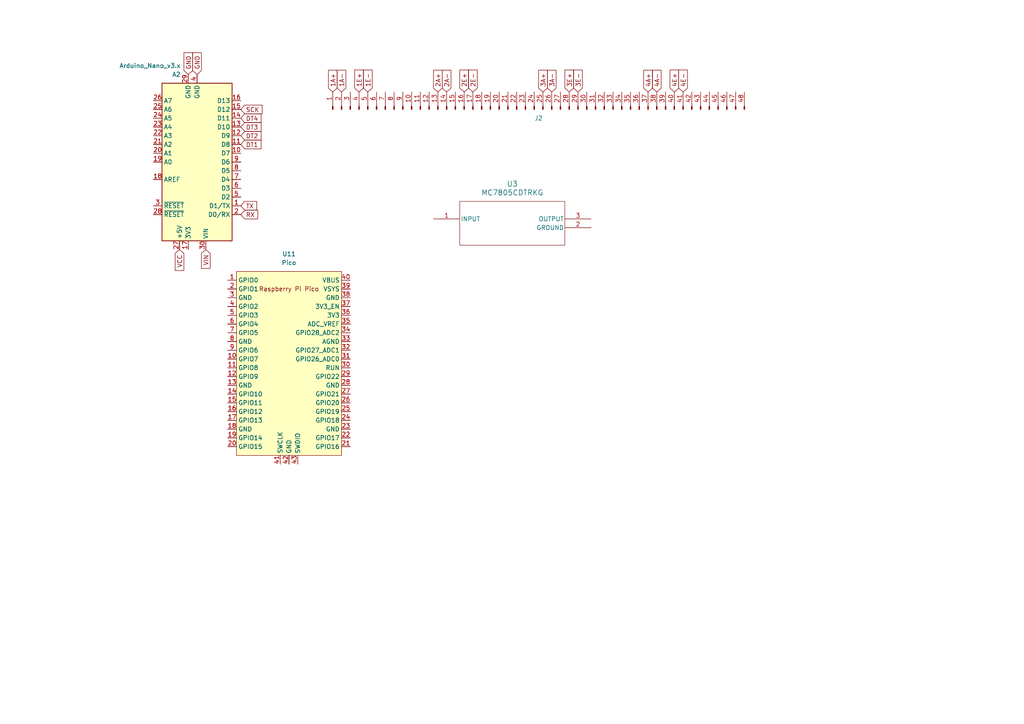
<source format=kicad_sch>
(kicad_sch (version 20231120) (generator "eeschema") (generator_version "8.0")
  (paper "A4")
  (junction (at 529.59 189.23))
  (junction (at 448.31 -107.95))
  (junction (at 113.03 -88.265))
  (junction (at 651.51 158.75))
  (junction (at 400.685 -76.2))
  (junction (at 636.27 124.46))
  (junction (at 129.6616 -99.695))
  (junction (at 546.1 97.79))
  (junction (at 424.18 200.66))
  (junction (at 474.98 46.99))
  (junction (at 258.445 -56.515))
  (junction (at 621.03 78.74))
  (junction (at 272.415 -88.265))
  (junction (at 132.715 -106.045))
  (junction (at 417.83 -76.2))
  (junction (at 81.915 -64.135))
  (junction (at 464.82 46.99))
  (junction (at 589.28 163.83))
  (junction (at 267.97 -88.265))
  (junction (at 480.06 46.99))
  (junction (at 265.43 -46.99))
  (junction (at 433.07 -90.17))
  (junction (at 547.37 189.23))
  (junction (at 405.13 170.18))
  (junction (at -69.215 -86.995))
  (junction (at -58.42 -89.535))
  (junction (at 236.855 -71.755))
  (junction (at -67.945 -57.785))
  (junction (at -69.215 -75.565))
  (junction (at 547.37 200.66))
  (junction (at 132.715 -99.695))
  (junction (at -41.275 -59.055))
  (junction (at 515.62 151.13))
  (junction (at 130.175 -57.785))
  (junction (at 287.655 -99.695))
  (junction (at 529.59 200.66))
  (junction (at 633.73 129.54))
  (junction (at -31.115 -48.895))
  (junction (at 257.175 -85.725))
  (junction (at 284.6016 -99.695))
  (junction (at -89.535 -73.025))
  (junction (at 140.335 -47.625))
  (junction (at 117.475 -88.265))
  (junction (at 445.77 -59.69))
  (junction (at 635 127))
  (junction (at 505.46 158.75))
  (junction (at 500.38 200.66))
  (junction (at 417.83 -87.63))
  (junction (at 546.1 74.93))
  (junction (at 482.6 154.94))
  (junction (at 85.09 -74.295))
  (junction (at -38.735 -100.965))
  (junction (at 645.16 78.74))
  (junction (at 412.75 200.66))
  (junction (at 428.625 -90.17))
  (junction (at 435.61 200.66))
  (junction (at 81.915 -71.755))
  (junction (at 285.115 -57.785))
  (junction (at 458.47 200.66))
  (junction (at -38.735 -107.315))
  (junction (at 287.655 -106.045))
  (junction (at 110.49 -46.99))
  (junction (at 397.51 -66.04))
  (junction (at 447.04 41.91))
  (junction (at -89.535 -65.405))
  (junction (at 440.69 57.15))
  (junction (at 645.16 91.44))
  (junction (at 445.2566 -101.6))
  (junction (at 621.03 91.44))
  (junction (at 447.04 200.66))
  (junction (at 645.16 104.14))
  (junction (at 533.4 46.99))
  (junction (at 448.31 -101.6))
  (junction (at 589.28 160.02))
  (junction (at 397.51 -73.66))
  (junction (at 295.275 -47.625))
  (junction (at 102.235 -74.295))
  (junction (at 236.855 -64.135))
  (junction (at 257.175 -74.295))
  (junction (at 419.1 -58.42))
  (junction (at 455.93 -49.53))
  (junction (at -53.975 -89.535))
  (junction (at 621.03 104.14))
  (junction (at -86.36 -75.565))
  (junction (at 426.085 -48.895))
  (junction (at 103.505 -56.515))
  (junction (at 482.6 139.7))
  (junction (at 102.235 -85.725))
  (junction (at -41.7884 -100.965))
  (junction (at -60.96 -48.26))
  (junction (at 240.03 -74.295))
  (no_connect (at 525.78 49.53))
  (no_connect (at 438.15 49.53))
  (wire (pts (xy 264.795 -56.515) (xy 258.445 -56.515)))
  (wire (pts (xy -47.625 -48.895) (xy -53.975 -48.895)))
  (wire (pts (xy 647.7 46.99) (xy 647.7 44.45)))
  (wire (pts (xy 260.35 -106.68) (xy 267.97 -106.68)))
  (wire (pts (xy 114.935 -71.755) (xy 114.935 -75.565)))
  (wire (pts (xy 463.55 46.99) (xy 464.82 46.99)))
  (wire (pts (xy 267.97 -106.68) (xy 267.97 -88.265)))
  (wire (pts (xy 642.62 78.74) (xy 645.16 78.74)))
  (wire (pts (xy 421.005 -108.585) (xy 428.625 -108.585)))
  (wire (pts (xy 447.04 41.91) (xy 447.04 39.37)))
  (wire (pts (xy -112.395 -56.515) (xy -75.565 -56.515)))
  (wire (pts (xy 533.4 46.99) (xy 533.4 49.53)))
  (wire (pts (xy 469.9 -107.95) (xy 469.9 -72.3888)))
  (wire (pts (xy 142.875 -85.725) (xy 165.735 -85.725)))
  (wire (pts (xy -13.335 -79.375) (xy -13.335 -116.205)))
  (wire (pts (xy 637.54 173.99) (xy 647.7 173.99)))
  (wire (pts (xy -43.815 -99.695) (xy -43.815 -100.965)))
  (wire (pts (xy 474.98 59.69) (xy 528.32 59.69)))
  (wire (pts (xy 102.235 -74.295) (xy 107.315 -74.295)))
  (wire (pts (xy 615.95 127) (xy 615.95 132.08)))
  (wire (pts (xy 270.51 -67.945) (xy 272.415 -67.945)))
  (wire (pts (xy 481.33 121.92) (xy 491.49 121.92)))
  (wire (pts (xy 477.52 -74.9362) (xy 504.3005 -74.9362)))
  (wire (pts (xy 501.65 149.86) (xy 501.65 158.75)))
  (wire (pts (xy 621.03 91.44) (xy 621.03 104.14)))
  (wire (pts (xy 621.03 44.45) (xy 631.19 44.45)))
  (wire (pts (xy -66.675 -89.535) (xy -58.42 -89.535)))
  (wire (pts (xy 435.61 201.93) (xy 435.61 200.66)))
  (wire (pts (xy -112.395 -73.025) (xy -89.535 -73.025)))
  (wire (pts (xy 529.59 189.23) (xy 523.24 189.23)))
  (wire (pts (xy 515.62 160.02) (xy 515.62 151.13)))
  (wire (pts (xy 374.65 -73.66) (xy 397.51 -73.66)))
  (wire (pts (xy 262.255 -85.725) (xy 262.255 -74.295)))
  (wire (pts (xy 659.13 63.5) (xy 666.75 63.5)))
  (wire (pts (xy 496.57 177.8) (xy 496.57 176.53)))
  (wire (pts (xy 445.2566 -101.6) (xy 448.31 -101.6)))
  (wire (pts (xy 313.055 -78.105) (xy 343.535 -78.105)))
  (wire (pts (xy 313.055 -78.105) (xy 313.055 -114.935)))
  (wire (pts (xy 513.08 139.7) (xy 521.97 139.7)))
  (wire (pts (xy 547.37 199.39) (xy 547.37 200.66)))
  (wire (pts (xy -56.515 -73.025) (xy -56.515 -76.835)))
  (wire (pts (xy 528.32 52.07) (xy 525.78 52.07)))
  (wire (pts (xy 463.55 -49.53) (xy 463.55 -90.17)))
  (wire (pts (xy 474.98 46.99) (xy 474.98 49.53)))
  (wire (pts (xy 258.445 -70.485) (xy 272.415 -70.485)))
  (wire (pts (xy 458.47 201.93) (xy 458.47 200.66)))
  (wire (pts (xy 414.02 73.66) (xy 414.02 72.39)))
  (wire (pts (xy 621.03 66.04) (xy 621.03 78.74)))
  (wire (pts (xy 282.575 -99.695) (xy 284.6016 -99.695)))
  (wire (pts (xy -66.675 -86.995) (xy -66.675 -89.535)))
  (wire (pts (xy 502.92 78.74) (xy 502.92 80.01)))
  (wire (pts (xy 132.715 -114.935) (xy 132.715 -106.045)))
  (wire (pts (xy 260.35 -109.22) (xy 284.6016 -109.22)))
  (wire (pts (xy 589.28 163.83) (xy 589.28 160.02)))
  (wire (pts (xy 161.925 -83.185) (xy 161.925 -73.0312)))
  (wire (pts (xy 448.31 -101.6) (xy 448.31 -100.33)))
  (wire (pts (xy 438.15 57.15) (xy 440.69 57.15)))
  (wire (pts (xy 504.19 76.2) (xy 496.57 76.2)))
  (wire (pts (xy 213.995 -64.135) (xy 224.155 -64.135)))
  (wire (pts (xy 589.28 74.93) (xy 546.1 74.93)))
  (wire (pts (xy 443.23 -101.6) (xy 445.2566 -101.6)))
  (wire (pts (xy 447.04 200.66) (xy 435.61 200.66)))
  (wire (pts (xy -67.945 -57.785) (xy -67.945 -71.755)))
  (wire (pts (xy 374.65 -57.15) (xy 411.48 -57.15)))
  (wire (pts (xy 504.19 90.17) (xy 496.57 90.17)))
  (wire (pts (xy 405.13 116.84) (xy 420.37 116.84)))
  (wire (pts (xy 481.33 149.86) (xy 501.65 149.86)))
  (wire (pts (xy 59.055 -64.135) (xy 69.215 -64.135)))
  (wire (pts (xy 431.165 -69.85) (xy 433.07 -69.85)))
  (wire (pts (xy 145.415 -106.045) (xy 154.305 -106.045)))
  (wire (pts (xy 258.445 -55.245) (xy 258.445 -56.515)))
  (wire (pts (xy 589.28 148.59) (xy 589.28 149.86)))
  (wire (pts (xy 481.33 137.16) (xy 482.6 137.16)))
  (wire (pts (xy 461.01 -107.95) (xy 469.9 -107.95)))
  (wire (pts (xy 258.445 -56.515) (xy 258.445 -70.485)))
  (wire (pts (xy 502.92 151.13) (xy 515.62 151.13)))
  (wire (pts (xy 480.06 46.99) (xy 485.14 46.99)))
  (wire (pts (xy 525.78 46.99) (xy 533.4 46.99)))
  (wire (pts (xy 270.51 -46.99) (xy 270.51 -67.945)))
  (wire (pts (xy 638.81 127) (xy 635 127)))
  (wire (pts (xy 115.57 -46.99) (xy 110.49 -46.99)))
  (wire (pts (xy -17.145 -107.315) (xy -17.145 -71.7538)))
  (wire (pts (xy 297.815 -85.725) (xy 320.675 -85.725)))
  (wire (pts (xy 420.37 132.08) (xy 405.13 132.08)))
  (wire (pts (xy 438.15 46.99) (xy 444.5 46.99)))
  (wire (pts (xy -86.36 -59.055) (xy -41.275 -59.055)))
  (wire (pts (xy 400.685 -59.69) (xy 445.77 -59.69)))
  (wire (pts (xy -73.025 -75.565) (xy -69.215 -75.565)))
  (wire (pts (xy 481.33 139.7) (xy 482.6 139.7)))
  (wire (pts (xy 147.955 -47.625) (xy 147.955 -88.265)))
  (wire (pts (xy 529.59 200.66) (xy 529.59 189.23)))
  (wire (pts (xy 547.37 209.55) (xy 547.37 210.82)))
  (wire (pts (xy 546.1 87.63) (xy 547.37 87.63)))
  (wire (pts (xy 420.37 175.26) (xy 412.75 175.26)))
  (wire (pts (xy 623.57 66.04) (xy 621.03 66.04)))
  (wire (pts (xy 651.51 157.48) (xy 651.51 158.75)))
  (wire (pts (xy 414.02 72.39) (xy 406.4 72.39)))
  (wire (pts (xy 117.475 -62.865) (xy 117.475 -47.625)))
  (wire (pts (xy 117.475 -88.265) (xy 147.955 -88.265)))
  (wire (pts (xy 424.18 209.55) (xy 424.18 210.82)))
  (wire (pts (xy 445.2566 -101.6) (xy 445.2566 -111.125)))
  (wire (pts (xy 257.175 -76.835) (xy 257.175 -74.295)))
  (wire (pts (xy 85.09 -78.7122) (xy 85.09 -74.295)))
  (wire (pts (xy 132.715 -106.045) (xy 132.715 -99.695)))
  (wire (pts (xy -55.88 -48.26) (xy -60.96 -48.26)))
  (wire (pts (xy 412.75 200.66) (xy 412.75 201.93)))
  (wire (pts (xy 648.97 49.53) (xy 647.7 49.53)))
  (wire (pts (xy 59.055 -55.245) (xy 95.885 -55.245)))
  (wire (pts (xy 103.505 -56.515) (xy 103.505 -70.485)))
  (wire (pts (xy 636.27 133.35) (xy 636.27 124.46)))
  (wire (pts (xy 405.13 139.7) (xy 420.37 139.7)))
  (wire (pts (xy -69.215 -75.565) (xy -64.135 -75.565)))
  (wire (pts (xy 419.1 -48.26) (xy 419.1 -49.53)))
  (wire (pts (xy 419.1 -57.15) (xy 419.1 -58.42)))
  (wire (pts (xy 422.91 -87.63) (xy 422.91 -76.2)))
  (wire (pts (xy 239.2976 -78.74) (xy 239.2976 -74.295)))
  (wire (pts (xy 109.855 -56.515) (xy 103.505 -56.515)))
  (wire (pts (xy -9.525 -74.3012) (xy 17.2555 -74.3012)))
  (wire (pts (xy 464.82 46.99) (xy 474.98 46.99)))
  (wire (pts (xy 411.48 -57.15) (xy 411.48 -40.64)))
  (wire (pts (xy 425.45 -58.42) (xy 419.1 -58.42)))
  (wire (pts (xy 633.73 129.54) (xy 638.81 129.54)))
  (wire (pts (xy 316.865 -73.0312) (xy 343.6455 -73.0312)))
  (wire (pts (xy -89.535 -73.025) (xy -56.515 -73.025)))
  (wire (pts (xy 405.13 171.45) (xy 405.13 170.18)))
  (wire (pts (xy 107.315 -85.725) (xy 107.315 -74.295)))
  (wire (pts (xy 529.59 189.23) (xy 534.67 189.23)))
  (wire (pts (xy 480.06 44.45) (xy 474.98 44.45)))
  (wire (pts (xy 132.715 -99.695) (xy 132.715 -98.425)))
  (wire (pts (xy -66.04 -107.95) (xy -58.42 -107.95)))
  (wire (pts (xy 292.735 -106.045) (xy 287.655 -106.045)))
  (wire (pts (xy 265.43 -48.895) (xy 264.795 -48.895)))
  (wire (pts (xy 502.92 147.32) (xy 502.92 151.13)))
  (wire (pts (xy 621.03 52.07) (xy 631.19 52.07)))
  (wire (pts (xy 433.07 -99.695) (xy 433.07 -92.71)))
  (wire (pts (xy 542.29 200.66) (xy 547.37 200.66)))
  (polyline (pts (xy 398.78 67.31) (xy 601.98 67.31)) (stroke (width 0) (type dash)))
  (wire (pts (xy 546.1 74.93) (xy 546.1 87.63)))
  (wire (pts (xy 500.38 201.93) (xy 500.38 200.66)))
  (wire (pts (xy 589.28 97.79) (xy 589.28 90.17)))
  (wire (pts (xy 414.02 81.28) (xy 414.02 82.55)))
  (wire (pts (xy 533.4 46.99) (xy 538.48 46.99)))
  (wire (pts (xy 481.33 147.32) (xy 502.92 147.32)))
  (wire (pts (xy 501.65 158.75) (xy 505.46 158.75)))
  (wire (pts (xy 473.71 -116.84) (xy 448.31 -116.84)))
  (wire (pts (xy 481.33 119.38) (xy 491.49 119.38)))
  (wire (pts (xy 259.715 -85.725) (xy 259.715 -88.265)))
  (wire (pts (xy 635 135.89) (xy 638.81 135.89)))
  (wire (pts (xy 158.115 -78.105) (xy 188.595 -78.105)))
  (wire (pts (xy 54.61 -109.22) (xy 54.61 -97.79)))
  (wire (pts (xy 420.37 165.1) (xy 412.75 165.1)))
  (wire (pts (xy 588.01 87.63) (xy 589.28 87.63)))
  (wire (pts (xy 272.415 -78.105) (xy 264.795 -78.105)))
  (wire (pts (xy 250.825 -55.245) (xy 250.825 -38.735)))
  (wire (pts (xy 447.04 39.37) (xy 441.96 39.37)))
  (wire (pts (xy 264.795 -78.105) (xy 264.795 -64.135)))
  (wire (pts (xy 547.37 90.17) (xy 546.1 90.17)))
  (wire (pts (xy 370.205 -111.125) (xy 370.205 -99.695)))
  (wire (pts (xy 405.13 124.46) (xy 420.37 124.46)))
  (wire (pts (xy -66.675 -86.995) (xy -69.215 -86.995)))
  (wire (pts (xy 131.445 -47.625) (xy 140.335 -47.625)))
  (wire (pts (xy 637.54 179.07) (xy 638.81 179.07)))
  (wire (pts (xy 213.995 -71.755) (xy 236.855 -71.755)))
  (wire (pts (xy 469.9 -72.3888) (xy 504.1141 -72.3888)))
  (wire (pts (xy 165.735 -85.725) (xy 165.735 -75.5712)))
  (wire (pts (xy 284.6016 -99.695) (xy 284.6016 -109.22)))
  (wire (pts (xy 464.82 46.99) (xy 464.82 49.53)))
  (wire (pts (xy 505.46 158.75) (xy 505.46 160.02)))
  (wire (pts (xy 161.925 -73.0312) (xy 188.7055 -73.0312)))
  (wire (pts (xy 400.685 -80.6172) (xy 400.685 -76.2)))
  (wire (pts (xy 547.37 189.23) (xy 553.72 189.23)))
  (wire (pts (xy -13.335 -79.375) (xy 17.145 -79.375)))
  (wire (pts (xy -13.335 -116.205) (xy -38.735 -116.205)))
  (wire (pts (xy 320.675 -85.725) (xy 320.675 -75.5712)))
  (wire (pts (xy -66.04 -110.49) (xy -41.7884 -110.49)))
  (wire (pts (xy -60.96 -50.165) (xy -61.595 -50.165)))
  (wire (pts (xy 81.915 -64.135) (xy 109.855 -64.135)))
  (wire (pts (xy 591.82 163.83) (xy 589.28 163.83)))
  (wire (pts (xy 302.895 -47.625) (xy 302.895 -88.265)))
  (wire (pts (xy -60.96 -48.26) (xy -60.96 -50.165)))
  (wire (pts (xy 477.52 -85.09) (xy 477.52 -74.9362)))
  (wire (pts (xy 542.29 189.23) (xy 547.37 189.23)))
  (wire (pts (xy 320.675 -75.5712) (xy 343.6455 -75.5712)))
  (wire (pts (xy 154.305 -106.045) (xy 154.305 -70.4838)))
  (wire (pts (xy 117.475 -85.725) (xy 107.315 -85.725)))
  (wire (pts (xy 213.995 -55.245) (xy 250.825 -55.245)))
  (wire (pts (xy 511.81 201.93) (xy 511.81 200.66)))
  (wire (pts (xy 105.41 -106.68) (xy 113.03 -106.68)))
  (wire (pts (xy 240.03 -74.295) (xy 240.03 -57.785)))
  (wire (pts (xy 481.33 129.54) (xy 491.49 129.54)))
  (wire (pts (xy -61.595 -79.375) (xy -61.595 -65.405)))
  (wire (pts (xy 481.33 -87.63) (xy 481.33 -77.4762)))
  (wire (pts (xy 469.9 201.93) (xy 469.9 200.66)))
  (wire (pts (xy -86.36 -75.565) (xy -80.645 -75.565)))
  (wire (pts (xy -69.215 -85.725) (xy -69.215 -86.995)))
  (wire (pts (xy 158.115 -114.935) (xy 132.715 -114.935)))
  (wire (pts (xy 417.83 -76.2) (xy 422.91 -76.2)))
  (wire (pts (xy 546.1 97.79) (xy 589.28 97.79)))
  (wire (pts (xy -86.36 -75.565) (xy -86.36 -59.055)))
  (wire (pts (xy -53.975 -86.995) (xy -64.135 -86.995)))
  (wire (pts (xy 109.855 -78.105) (xy 109.855 -64.135)))
  (wire (pts (xy 473.71 -80.01) (xy 473.71 -116.84)))
  (wire (pts (xy 284.6016 -99.695) (xy 287.655 -99.695)))
  (wire (pts (xy 433.07 -87.63) (xy 422.91 -87.63)))
  (wire (pts (xy 240.03 -74.295) (xy 245.745 -74.295)))
  (wire (pts (xy 435.61 209.55) (xy 435.61 210.82)))
  (wire (pts (xy 447.04 -49.53) (xy 455.93 -49.53)))
  (wire (pts (xy 637.54 158.75) (xy 651.51 158.75)))
  (wire (pts (xy 110.49 -46.99) (xy 110.49 -38.735)))
  (wire (pts (xy 482.6 137.16) (xy 482.6 139.7)))
  (wire (pts (xy 529.59 209.55) (xy 529.59 210.82)))
  (wire (pts (xy 420.37 127) (xy 405.13 127)))
  (wire (pts (xy 504.19 144.78) (xy 504.19 147.32)))
  (wire (pts (xy 581.66 166.37) (xy 591.82 166.37)))
  (wire (pts (xy 647.7 44.45) (xy 638.81 44.45)))
  (wire (pts (xy -58.42 -89.535) (xy -53.975 -89.535)))
  (wire (pts (xy 240.03 -57.785) (xy 285.115 -57.785)))
  (wire (pts (xy 287.655 -106.045) (xy 287.655 -99.695)))
  (wire (pts (xy 431.165 -48.895) (xy 431.165 -69.85)))
  (wire (pts (xy 105.41 -109.22) (xy 129.6616 -109.22)))
  (wire (pts (xy 425.45 -80.01) (xy 425.45 -66.04)))
  (wire (pts (xy -55.88 -48.26) (xy -55.88 -69.215)))
  (wire (pts (xy 417.83 -78.74) (xy 417.83 -76.2)))
  (wire (pts (xy 374.7474 -80.6172) (xy 400.685 -80.6172)))
  (wire (pts (xy 438.15 52.07) (xy 440.69 52.07)))
  (wire (pts (xy 481.33 134.62) (xy 491.49 134.62)))
  (wire (pts (xy 165.735 -75.5712) (xy 188.7055 -75.5712)))
  (wire (pts (xy 483.87 49.53) (xy 485.14 49.53)))
  (wire (pts (xy 295.275 -57.785) (xy 285.115 -57.785)))
  (wire (pts (xy 103.505 -46.355) (xy 103.505 -47.625)))
  (wire (pts (xy 455.93 -59.69) (xy 445.77 -59.69)))
  (wire (pts (xy 426.085 -50.8) (xy 425.45 -50.8)))
  (wire (pts (xy 213.995 -46.355) (xy 258.445 -46.355)))
  (wire (pts (xy 447.04 209.55) (xy 447.04 210.82)))
  (wire (pts (xy 158.115 -78.105) (xy 158.115 -114.935)))
  (wire (pts (xy 645.16 91.44) (xy 645.16 104.14)))
  (wire (pts (xy 435.61 200.66) (xy 424.18 200.66)))
  (wire (pts (xy 496.57 160.02) (xy 496.57 158.75)))
  (wire (pts (xy -112.2976 -79.9822) (xy -86.36 -79.9822)))
  (wire (pts (xy 272.415 -85.725) (xy 262.255 -85.725)))
  (wire (pts (xy 405.13 170.18) (xy 420.37 170.18)))
  (wire (pts (xy 621.03 104.14) (xy 621.03 111.76)))
  (wire (pts (xy 638.81 138.43) (xy 633.73 138.43)))
  (wire (pts (xy 439.42 -49.53) (xy 433.07 -49.53)))
  (wire (pts (xy 591.82 173.99) (xy 581.66 173.99)))
  (wire (pts (xy 513.08 147.32) (xy 521.97 147.32)))
  (polyline (pts (xy 487.68 67.31) (xy 487.68 105.41)) (stroke (width 0) (type dash)))
  (wire (pts (xy 231.775 -64.135) (xy 236.855 -64.135)))
  (wire (pts (xy 538.48 46.99) (xy 538.48 45.72)))
  (wire (pts (xy -23.495 -48.895) (xy -23.495 -89.535)))
  (wire (pts (xy 481.33 132.08) (xy 491.49 132.08)))
  (wire (pts (xy 481.33 209.55) (xy 481.33 210.82)))
  (wire (pts (xy 213.995 -85.725) (xy 257.175 -85.725)))
  (wire (pts (xy 433.07 -64.77) (xy 433.07 -49.53)))
  (wire (pts (xy 481.33 154.94) (xy 482.6 154.94)))
  (wire (pts (xy 140.335 -47.625) (xy 140.335 -57.785)))
  (wire (pts (xy 137.795 -106.045) (xy 132.715 -106.045)))
  (polyline (pts (xy 398.78 105.41) (xy 529.59 105.41)) (stroke (width 0) (type dash)))
  (wire (pts (xy 127.635 -99.695) (xy 129.6616 -99.695)))
  (wire (pts (xy 494.03 200.66) (xy 500.38 200.66)))
  (wire (pts (xy 504.19 78.74) (xy 502.92 78.74)))
  (wire (pts (xy 645.16 104.14) (xy 645.16 111.76)))
  (wire (pts (xy 400.685 -76.2) (xy 400.685 -59.69)))
  (wire (pts (xy 448.31 -116.84) (xy 448.31 -107.95)))
  (wire (pts (xy 511.81 209.55) (xy 511.81 210.82)))
  (wire (pts (xy 117.475 -97.79) (xy 117.475 -90.805)))
  (wire (pts (xy 481.33 152.4) (xy 482.6 152.4)))
  (wire (pts (xy 648.97 46.99) (xy 647.7 46.99)))
  (wire (pts (xy -86.36 -79.9822) (xy -86.36 -75.565)))
  (wire (pts (xy 504.19 139.7) (xy 505.46 139.7)))
  (wire (pts (xy 113.03 -106.68) (xy 113.03 -88.265)))
  (wire (pts (xy -67.945 -56.515) (xy -67.945 -57.785)))
  (wire (pts (xy 397.51 -73.66) (xy 430.53 -73.66)))
  (wire (pts (xy 483.87 50.8) (xy 483.87 49.53)))
  (wire (pts (xy 481.33 144.78) (xy 504.19 144.78)))
  (wire (pts (xy 117.475 -97.79) (xy 54.61 -97.79)))
  (wire (pts (xy 494.03 92.71) (xy 504.19 92.71)))
  (wire (pts (xy -53.975 -64.135) (xy -53.975 -48.895)))
  (wire (pts (xy 494.03 95.25) (xy 494.03 92.71)))
  (wire (pts (xy -28.575 -86.995) (xy -5.715 -86.995)))
  (wire (pts (xy 481.33 -77.4762) (xy 504.3005 -77.4762)))
  (wire (pts (xy 589.28 90.17) (xy 588.01 90.17)))
  (wire (pts (xy 633.73 138.43) (xy 633.73 129.54)))
  (wire (pts (xy 420.37 167.64) (xy 412.75 167.64)))
  (wire (pts (xy 142.875 -83.185) (xy 161.925 -83.185)))
  (wire (pts (xy 405.13 168.91) (xy 405.13 170.18)))
  (wire (pts (xy 458.47 -87.63) (xy 481.33 -87.63)))
  (wire (pts (xy 474.98 46.99) (xy 480.06 46.99)))
  (wire (pts (xy -56.515 -76.835) (xy -53.975 -76.835)))
  (wire (pts (xy 447.04 46.99) (xy 453.39 46.99)))
  (wire (pts (xy 104.775 -88.265) (xy 113.03 -88.265)))
  (wire (pts (xy 113.03 -88.265) (xy 117.475 -88.265)))
  (wire (pts (xy 618.49 129.54) (xy 633.73 129.54)))
  (wire (pts (xy 392.43 -66.04) (xy 397.51 -66.04)))
  (wire (pts (xy -17.145 -71.7538) (xy 17.0691 -71.7538)))
  (wire (pts (xy 257.175 -74.295) (xy 262.255 -74.295)))
  (wire (pts (xy 278.765 -47.625) (xy 272.415 -47.625)))
  (wire (pts (xy 623.57 78.74) (xy 621.03 78.74)))
  (wire (pts (xy 533.4 57.15) (xy 533.4 59.69)))
  (wire (pts (xy 297.815 -83.185) (xy 316.865 -83.185)))
  (wire (pts (xy 455.93 -49.53) (xy 455.93 -59.69)))
  (wire (pts (xy 236.855 -71.755) (xy 269.875 -71.755)))
  (polyline (pts (xy 529.59 67.31) (xy 529.59 140.97)) (stroke (width 0) (type dash)))
  (wire (pts (xy 265.43 -46.99) (xy 265.43 -38.735)))
  (wire (pts (xy 529.59 201.93) (xy 529.59 200.66)))
  (wire (pts (xy -53.975 -89.535) (xy -23.495 -89.535)))
  (wire (pts (xy 453.39 -107.95) (xy 448.31 -107.95)))
  (polyline (pts (xy 601.98 34.29) (xy 601.98 140.97)) (stroke (width 0) (type dash)))
  (wire (pts (xy 504.19 95.25) (xy 496.57 95.25)))
  (wire (pts (xy -53.975 -99.06) (xy -53.975 -92.075)))
  (wire (pts (xy 638.81 133.35) (xy 636.27 133.35)))
  (wire (pts (xy 117.475 -78.105) (xy 109.855 -78.105)))
  (wire (pts (xy 140.335 -57.785) (xy 130.175 -57.785)))
  (wire (pts (xy -69.215 -78.105) (xy -69.215 -75.565)))
  (wire (pts (xy 412.75 209.55) (xy 412.75 210.82)))
  (wire (pts (xy 586.74 160.02) (xy 589.28 160.02)))
  (wire (pts (xy 651.51 158.75) (xy 651.51 160.02)))
  (wire (pts (xy 481.33 116.84) (xy 492.76 116.84)))
  (wire (pts (xy -38.735 -107.315) (xy -38.735 -100.965)))
  (wire (pts (xy -28.575 -84.455) (xy -9.525 -84.455)))
  (wire (pts (xy -67.945 -47.625) (xy -67.945 -48.895)))
  (wire (pts (xy 316.865 -83.185) (xy 316.865 -73.0312)))
  (wire (pts (xy 496.57 111.76) (xy 496.57 113.03)))
  (wire (pts (xy 269.875 -71.755) (xy 269.875 -75.565)))
  (wire (pts (xy 492.76 154.94) (xy 492.76 160.02)))
  (wire (pts (xy 651.51 167.64) (xy 651.51 168.91)))
  (wire (pts (xy -94.615 -65.405) (xy -89.535 -65.405)))
  (wire (pts (xy 492.76 116.84) (xy 492.76 111.76)))
  (wire (pts (xy 420.37 -87.63) (xy 420.37 -90.17)))
  (wire (pts (xy 440.69 57.15) (xy 440.69 59.69)))
  (wire (pts (xy 102.235 -76.835) (xy 102.235 -74.295)))
  (wire (pts (xy 589.28 160.02) (xy 589.28 157.48)))
  (wire (pts (xy -41.7884 -100.965) (xy -41.7884 -110.49)))
  (wire (pts (xy 481.33 124.46) (xy 491.49 124.46)))
  (wire (pts (xy 408.94 153.67) (xy 405.13 153.67)))
  (wire (pts (xy 642.62 66.04) (xy 645.16 66.04)))
  (wire (pts (xy -58.42 -107.95) (xy -58.42 -89.535)))
  (wire (pts (xy 635 127) (xy 635 135.89)))
  (wire (pts (xy 469.9 209.55) (xy 469.9 210.82)))
  (wire (pts (xy 430.53 -77.47) (xy 433.07 -77.47)))
  (wire (pts (xy 115.57 -67.945) (xy 117.475 -67.945)))
  (wire (pts (xy 85.09 -78.74) (xy 58.42 -78.74)))
  (wire (pts (xy 428.625 -90.17) (xy 433.07 -90.17)))
  (wire (pts (xy 253.365 -74.295) (xy 257.175 -74.295)))
  (wire (pts (xy 286.385 -47.625) (xy 295.275 -47.625)))
  (wire (pts (xy 59.055 -71.755) (xy 81.915 -71.755)))
  (wire (pts (xy 309.245 -70.4838) (xy 343.4591 -70.4838)))
  (wire (pts (xy 85.09 -57.785) (xy 130.175 -57.785)))
  (wire (pts (xy 405.13 180.34) (xy 420.37 180.34)))
  (wire (pts (xy 104.775 -85.725) (xy 102.235 -85.725)))
  (wire (pts (xy 405.13 153.67) (xy 405.13 156.21)))
  (wire (pts (xy 481.33 127) (xy 491.49 127)))
  (wire (pts (xy 123.825 -47.625) (xy 117.475 -47.625)))
  (wire (pts (xy 438.15 44.45) (xy 444.5 44.45)))
  (wire (pts (xy -64.135 -86.995) (xy -64.135 -75.565)))
  (wire (pts (xy 546.1 74.93) (xy 535.94 74.93)))
  (wire (pts (xy 636.27 124.46) (xy 638.81 124.46)))
  (wire (pts (xy 568.96 163.83) (xy 589.28 163.83)))
  (wire (pts (xy 546.1 90.17) (xy 546.1 97.79)))
  (wire (pts (xy -5.715 -76.8412) (xy 17.2555 -76.8412)))
  (wire (pts (xy 621.03 78.74) (xy 621.03 91.44)))
  (wire (pts (xy 426.085 -48.895) (xy 426.085 -50.8)))
  (wire (pts (xy 417.83 -86.36) (xy 417.83 -87.63)))
  (wire (pts (xy 642.62 91.44) (xy 645.16 91.44)))
  (polyline (pts (xy 529.59 140.97) (xy 670.56 140.97)) (stroke (width 0) (type dash)))
  (wire (pts (xy 496.57 139.7) (xy 496.57 138.43)))
  (wire (pts (xy -67.945 -71.755) (xy -53.975 -71.755)))
  (wire (pts (xy 420.37 177.8) (xy 412.75 177.8)))
  (wire (pts (xy -89.535 -65.405) (xy -61.595 -65.405)))
  (wire (pts (xy 300.355 -106.045) (xy 309.245 -106.045)))
  (wire (pts (xy -116.84 -110.49) (xy -116.84 -99.06)))
  (wire (pts (xy 102.235 -84.455) (xy 102.235 -85.725)))
  (wire (pts (xy -53.975 -99.06) (xy -116.84 -99.06)))
  (wire (pts (xy 250.825 -38.735) (xy 265.43 -38.735)))
  (wire (pts (xy -55.88 -69.215) (xy -53.975 -69.215)))
  (wire (pts (xy 269.875 -75.565) (xy 272.415 -75.565)))
  (wire (pts (xy 397.51 -66.04) (xy 425.45 -66.04)))
  (wire (pts (xy 642.62 63.5) (xy 651.51 63.5)))
  (wire (pts (xy 85.09 -74.295) (xy 85.09 -57.785)))
  (wire (pts (xy 115.57 -46.99) (xy 115.57 -67.945)))
  (wire (pts (xy 623.57 91.44) (xy 621.03 91.44)))
  (wire (pts (xy 272.415 -97.79) (xy 209.55 -97.79)))
  (wire (pts (xy 618.49 124.46) (xy 636.27 124.46)))
  (wire (pts (xy 433.07 -90.17) (xy 463.55 -90.17)))
  (wire (pts (xy 511.81 200.66) (xy 500.38 200.66)))
  (wire (pts (xy 110.49 -48.895) (xy 109.855 -48.895)))
  (wire (pts (xy -31.115 -59.055) (xy -41.275 -59.055)))
  (wire (pts (xy 481.33 142.24) (xy 504.19 142.24)))
  (wire (pts (xy -40.005 -48.895) (xy -31.115 -48.895)))
  (wire (pts (xy -41.7884 -100.965) (xy -38.735 -100.965)))
  (wire (pts (xy 433.07 -80.01) (xy 425.45 -80.01)))
  (wire (pts (xy 419.1 -58.42) (xy 419.1 -72.39)))
  (wire (pts (xy 287.655 -99.695) (xy 287.655 -98.425)))
  (wire (pts (xy 481.33 199.39) (xy 481.33 201.93)))
  (wire (pts (xy -43.815 -100.965) (xy -41.7884 -100.965)))
  (wire (pts (xy 546.1 97.79) (xy 546.1 99.06)))
  (wire (pts (xy -112.395 -65.405) (xy -102.235 -65.405)))
  (wire (pts (xy 647.7 49.53) (xy 647.7 52.07)))
  (wire (pts (xy 257.175 -84.455) (xy 257.175 -85.725)))
  (wire (pts (xy 481.33 177.8) (xy 496.57 177.8)))
  (wire (pts (xy 428.625 -108.585) (xy 428.625 -90.17)))
  (wire (pts (xy -38.735 -100.965) (xy -38.735 -99.695)))
  (wire (pts (xy -112.395 -86.995) (xy -69.215 -86.995)))
  (wire (pts (xy 414.02 97.79) (xy 414.02 99.06)))
  (polyline (pts (xy 562.61 186.69) (xy 562.61 140.97)) (stroke (width 0) (type dash)))
  (wire (pts (xy -5.715 -86.995) (xy -5.715 -76.8412)))
  (wire (pts (xy -26.035 -107.315) (xy -17.145 -107.315)))
  (wire (pts (xy -33.655 -107.315) (xy -38.735 -107.315)))
  (wire (pts (xy 272.415 -62.865) (xy 272.415 -47.625)))
  (wire (pts (xy 287.655 -114.935) (xy 287.655 -106.045)))
  (wire (pts (xy 374.65 -87.63) (xy 417.83 -87.63)))
  (wire (pts (xy 76.835 -64.135) (xy 81.915 -64.135)))
  (wire (pts (xy 447.04 201.93) (xy 447.04 200.66)))
  (wire (pts (xy 419.1 -72.39) (xy 433.07 -72.39)))
  (wire (pts (xy 259.715 -85.725) (xy 257.175 -85.725)))
  (wire (pts (xy 129.6616 -99.695) (xy 129.6616 -109.22)))
  (wire (pts (xy -53.975 -79.375) (xy -61.595 -79.375)))
  (wire (pts (xy 637.54 171.45) (xy 647.7 171.45)))
  (wire (pts (xy 482.6 152.4) (xy 482.6 154.94)))
  (wire (pts (xy 213.36 -78.74) (xy 239.2976 -78.74)))
  (wire (pts (xy 408.94 162.56) (xy 408.94 153.67)))
  (wire (pts (xy 500.38 209.55) (xy 500.38 210.82)))
  (wire (pts (xy 374.65 -48.26) (xy 419.1 -48.26)))
  (wire (pts (xy 482.6 139.7) (xy 496.57 139.7)))
  (wire (pts (xy 295.275 -47.625) (xy 295.275 -57.785)))
  (wire (pts (xy 270.51 -46.99) (xy 265.43 -46.99)))
  (wire (pts (xy 438.15 41.91) (xy 447.04 41.91)))
  (wire (pts (xy 424.18 201.93) (xy 424.18 200.66)))
  (wire (pts (xy -38.735 -116.205) (xy -38.735 -107.315)))
  (wire (pts (xy 440.69 52.07) (xy 440.69 57.15)))
  (wire (pts (xy 421.005 -111.125) (xy 445.2566 -111.125)))
  (wire (pts (xy 458.47 -85.09) (xy 477.52 -85.09)))
  (wire (pts (xy 534.67 200.66) (xy 529.59 200.66)))
  (wire (pts (xy 81.915 -71.755) (xy 114.935 -71.755)))
  (wire (pts (xy 103.505 -70.485) (xy 117.475 -70.485)))
  (wire (pts (xy 313.055 -114.935) (xy 287.655 -114.935)))
  (wire (pts (xy 420.37 162.56) (xy 408.94 162.56)))
  (wire (pts (xy 645.16 78.74) (xy 645.16 91.44)))
  (wire (pts (xy 59.055 -46.355) (xy 103.505 -46.355)))
  (wire (pts (xy 236.855 -64.135) (xy 264.795 -64.135)))
  (wire (pts (xy 103.505 -55.245) (xy 103.505 -56.515)))
  (wire (pts (xy 623.57 104.14) (xy 621.03 104.14)))
  (wire (pts (xy 492.76 111.76) (xy 496.57 111.76)))
  (wire (pts (xy 420.37 129.54) (xy 405.13 129.54)))
  (wire (pts (xy 547.37 200.66) (xy 547.37 201.93)))
  (wire (pts (xy 528.32 59.69) (xy 528.32 52.07)))
  (wire (pts (xy 85.09 -74.295) (xy 90.805 -74.295)))
  (wire (pts (xy 426.085 -48.895) (xy 426.085 -40.64)))
  (wire (pts (xy 433.07 -99.695) (xy 370.205 -99.695)))
  (wire (pts (xy 405.13 139.7) (xy 405.13 138.43)))
  (wire (pts (xy 474.98 57.15) (xy 474.98 59.69)))
  (wire (pts (xy 481.33 167.64) (xy 488.95 167.64)))
  (wire (pts (xy 239.2976 -74.295) (xy 240.03 -74.295)))
  (wire (pts (xy 505.46 167.64) (xy 505.46 168.91)))
  (wire (pts (xy 480.06 46.99) (xy 480.06 44.45)))
  (wire (pts (xy 420.37 -90.17) (xy 428.625 -90.17)))
  (wire (pts (xy 267.97 -88.265) (xy 272.415 -88.265)))
  (wire (pts (xy 282.575 -98.425) (xy 282.575 -99.695)))
  (wire (pts (xy 482.6 154.94) (xy 492.76 154.94)))
  (wire (pts (xy 473.71 -80.01) (xy 504.19 -80.01)))
  (wire (pts (xy 272.415 -97.79) (xy 272.415 -90.805)))
  (wire (pts (xy 647.7 52.07) (xy 638.81 52.07)))
  (wire (pts (xy 458.47 200.66) (xy 447.04 200.66)))
  (wire (pts (xy 420.37 172.72) (xy 412.75 172.72)))
  (wire (pts (xy 464.82 57.15) (xy 464.82 59.69)))
  (wire (pts (xy 579.12 160.02) (xy 568.96 160.02)))
  (wire (pts (xy 265.43 -46.99) (xy 265.43 -48.895)))
  (wire (pts (xy 615.95 127) (xy 635 127)))
  (wire (pts (xy 95.885 -55.245) (xy 95.885 -38.735)))
  (wire (pts (xy 505.46 158.75) (xy 505.46 157.48)))
  (wire (pts (xy -75.565 -40.005) (xy -60.96 -40.005)))
  (wire (pts (xy 154.305 -70.4838) (xy 188.5191 -70.4838)))
  (wire (pts (xy -61.595 -57.785) (xy -67.945 -57.785)))
  (wire (pts (xy 645.16 66.04) (xy 645.16 78.74)))
  (wire (pts (xy 110.49 -46.99) (xy 110.49 -48.895)))
  (wire (pts (xy 400.685 -76.2) (xy 406.4 -76.2)))
  (wire (pts (xy 374.65 -66.04) (xy 384.81 -66.04)))
  (wire (pts (xy 59.055 -85.725) (xy 102.235 -85.725)))
  (wire (pts (xy 515.62 167.64) (xy 515.62 168.91)))
  (wire (pts (xy 129.6616 -99.695) (xy 132.715 -99.695)))
  (wire (pts (xy 492.76 160.02) (xy 496.57 160.02)))
  (wire (pts (xy 458.47 209.55) (xy 458.47 210.82)))
  (wire (pts (xy 504.19 147.32) (xy 505.46 147.32)))
  (wire (pts (xy 515.62 151.13) (xy 521.97 151.13)))
  (wire (pts (xy 98.425 -74.295) (xy 102.235 -74.295)))
  (wire (pts (xy 114.935 -75.565) (xy 117.475 -75.565)))
  (wire (pts (xy 414.02 -76.2) (xy 417.83 -76.2)))
  (wire (pts (xy 443.23 -100.33) (xy 443.23 -101.6)))
  (wire (pts (xy 591.82 171.45) (xy 581.66 171.45)))
  (wire (pts (xy 258.445 -46.355) (xy 258.445 -47.625)))
  (wire (pts (xy 642.62 104.14) (xy 645.16 104.14)))
  (wire (pts (xy 638.81 179.07) (xy 638.81 180.34)))
  (wire (pts (xy -31.115 -48.895) (xy -31.115 -59.055)))
  (wire (pts (xy 447.04 41.91) (xy 447.04 46.99)))
  (wire (pts (xy 469.9 200.66) (xy 458.47 200.66)))
  (wire (pts (xy 259.715 -88.265) (xy 267.97 -88.265)))
  (wire (pts (xy 127.635 -98.425) (xy 127.635 -99.695)))
  (wire (pts (xy 95.885 -38.735) (xy 110.49 -38.735)))
  (wire (pts (xy 547.37 189.23) (xy 547.37 191.77)))
  (wire (pts (xy -75.565 -56.515) (xy -75.565 -40.005)))
  (wire (pts (xy 309.245 -106.045) (xy 309.245 -70.4838)))
  (wire (pts (xy 411.48 -40.64) (xy 426.085 -40.64)))
  (wire (pts (xy 589.28 87.63) (xy 589.28 74.93)))
  (wire (pts (xy 431.165 -48.895) (xy 426.085 -48.895)))
  (wire (pts (xy -9.525 -84.455) (xy -9.525 -74.3012)))
  (wire (pts (xy 412.75 200.66) (xy 412.75 199.39)))
  (wire (pts (xy 504.19 142.24) (xy 504.19 139.7)))
  (wire (pts (xy 448.31 -107.95) (xy 448.31 -101.6)))
  (wire (pts (xy 405.13 116.84) (xy 405.13 115.57)))
  (wire (pts (xy -112.395 -47.625) (xy -67.945 -47.625)))
  (wire (pts (xy 272.415 -88.265) (xy 302.895 -88.265)))
  (wire (pts (xy 420.37 -87.63) (xy 417.83 -87.63)))
  (wire (pts (xy 104.775 -85.725) (xy 104.775 -88.265)))
  (wire (pts (xy 424.18 200.66) (xy 412.75 200.66)))
  (wire (pts (xy -60.96 -48.26) (xy -60.96 -40.005)))
  (wire (pts (xy 405.13 180.34) (xy 405.13 179.07)))
  (wire (pts (xy 209.55 -109.22) (xy 209.55 -97.79)))
  (wire (pts (xy 430.53 -73.66) (xy 430.53 -77.47)))
  (text "Target SWD" (at 638.81 121.92 0) (effects (font (size 1.27 1.27)) (justify left bottom)))
  (text "Debug" (at 506.73 87.63 0) (effects (font (size 1.27 1.27)) (justify left bottom)))
  (text "Cut to provide\nseparate power\nto target Pico" (at 648.97 72.39 0) (effects (font (size 1.27 1.27)) (justify left bottom)))
  (text "Each close to\na DVDD pin" (at 501.65 199.39 0) (effects (font (size 1.27 1.27)) (justify left bottom)))
  (text "Reset" (at 506.73 73.66 0) (effects (font (size 1.27 1.27)) (justify left bottom)))
  (text "Buttons" (at 530.86 69.85 0) (effects (font (size 1.27 1.27)) (justify left bottom)))
  (text "Target Connector" (at 603.25 35.56 0) (effects (font (size 1.27 1.27)) (justify left bottom)))
  (text "LEDs" (at 398.78 69.85 0) (effects (font (size 1.27 1.27)) (justify left bottom)))
  (text "Each close to\nan IOVDD pin" (at 435.61 199.39 0) (effects (font (size 1.27 1.27)) (justify left bottom)))
  (text "Optional Connectors" (at 488.95 69.85 0) (effects (font (size 1.27 1.27)) (justify left bottom)))
  (text "Microcontroller" (at 398.78 107.95 0) (effects (font (size 1.27 1.27)) (justify left bottom)))
  (text "QSPI Flash" (at 563.88 143.51 0) (effects (font (size 1.27 1.27)) (justify left bottom)))
  (text "USB and Power" (at 398.78 35.56 0) (effects (font (size 1.27 1.27)) (justify left bottom)))
  (text "Close to\nADC_AVDD" (at 482.6 201.93 0) (effects (font (size 1.27 1.27)) (justify left bottom)))
  (text "BOOTSEL" (at 563.88 73.66 0) (effects (font (size 1.27 1.27)) (justify left bottom)))
  (label "VSYS" (at 666.75 63.5 180))
  (label "QSPI_CS" (at 491.49 119.38 180))
  (label "QSPI_SD0" (at 491.49 127 180))
  (label "QSPI_SCK" (at 491.49 129.54 180))
  (label "QSPI_SD2" (at 491.49 124.46 180))
  (label "VSYS" (at 474.98 44.45 0))
  (label "USB_N" (at 521.97 147.32 180))
  (label "QSPI_SCK" (at 581.66 166.37 0))
  (label "+1.1V" (at 491.49 134.62 180))
  (label "TARGET_SWCLK" (at 618.49 124.46 0))
  (label "GPIO25" (at 406.4 72.39 0))
  (label "TARGET_SWDIO" (at 405.13 127 0))
  (label "QSPI_SD2" (at 647.7 171.45 180))
  (label "XIN" (at 412.75 165.1 0))
  (label "VBUS" (at 441.96 39.37 0))
  (label "TARGET_SWDIO" (at 618.49 129.54 0))
  (label "+1.1V" (at 521.97 151.13 180))
  (label "SWCLK" (at 496.57 90.17 0))
  (label "SWDIO" (at 496.57 95.25 0))
  (label "TARGET_RX" (at 405.13 129.54 0))
  (label "USB_BOOT" (at 568.96 160.02 0))
  (label "QSPI_SD3" (at 647.7 173.99 180))
  (label "USB_P" (at 521.97 139.7 180))
  (label "SWDIO" (at 412.75 177.8 0))
  (label "XOUT" (at 553.72 189.23 180))
  (label "USB_P" (at 444.5 46.99 180))
  (label "QSPI_SD1" (at 581.66 173.99 0))
  (label "XIN" (at 523.24 189.23 0))
  (label "QSPI_CS" (at 568.96 163.83 0))
  (label "QSPI_SD1" (at 491.49 121.92 180))
  (label "TARGET_TX" (at 621.03 44.45 0))
  (label "GPIO25" (at 488.95 167.64 180))
  (label "TARGET_RX" (at 621.03 52.07 0))
  (label "QSPI_SD3" (at 491.49 132.08 180))
  (label "RUN" (at 412.75 180.34 0))
  (label "+1.1V" (at 412.75 172.72 0))
  (label "XOUT" (at 412.75 167.64 0))
  (label "SWCLK" (at 412.75 175.26 0))
  (label "+1.1V" (at 494.03 200.66 0))
  (label "TARGET_TX" (at 405.13 132.08 0))
  (label "RUN" (at 496.57 76.2 0))
  (label "USB_N" (at 444.5 44.45 180))
  (label "QSPI_SD0" (at 581.66 171.45 0))
  (label "TARGET_SWCLK" (at 405.13 124.46 0))
  (label "USB_BOOT" (at 535.94 74.93 0))
  (global_label "1B+" (shape input) (at -112.395 -47.625 180) (property "Intersheetrefs" "${INTERSHEET_REFS}" (effects (hide yes))))
  (global_label "4A+" (shape input) (at 379.73 -21.59 270) (property "Intersheetrefs" "${INTERSHEET_REFS}" (effects (hide yes))))
  (global_label "4E-" (shape input) (at 198.12 26.67 90) (property "Intersheetrefs" "${INTERSHEET_REFS}" (effects (hide yes))))
  (global_label "VCC" (shape input) (at 297.815 -67.945 0) (property "Intersheetrefs" "${INTERSHEET_REFS}" (effects (hide yes))))
  (global_label "GND" (shape input) (at 17.0691 -71.7538 0) (property "Intersheetrefs" "${INTERSHEET_REFS}" (effects (hide yes))))
  (global_label "2E-" (shape input) (at 137.16 26.67 90) (property "Intersheetrefs" "${INTERSHEET_REFS}" (effects (hide yes))))
  (global_label "4E+" (shape input) (at 358.14 -21.59 270) (property "Intersheetrefs" "${INTERSHEET_REFS}" (effects (hide yes))))
  (global_label "VCC" (shape input) (at 52.07 72.39 270) (property "Intersheetrefs" "${INTERSHEET_REFS}" (effects (hide yes))))
  (global_label "RX" (shape input) (at 69.85 62.23 0) (property "Intersheetrefs" "${INTERSHEET_REFS}" (effects (hide yes))))
  (global_label "3A-" (shape input) (at 213.995 -71.755 180) (property "Intersheetrefs" "${INTERSHEET_REFS}" (effects (hide yes))))
  (global_label "4E+" (shape input) (at 374.65 -87.63 180) (property "Intersheetrefs" "${INTERSHEET_REFS}" (effects (hide yes))))
  (global_label "4A+" (shape input) (at 187.96 26.67 90) (property "Intersheetrefs" "${INTERSHEET_REFS}" (effects (hide yes))))
  (global_label "VCC" (shape input) (at 458.47 -69.85 0) (property "Intersheetrefs" "${INTERSHEET_REFS}" (effects (hide yes))))
  (global_label "1E+" (shape input) (at -112.395 -86.995 180) (property "Intersheetrefs" "${INTERSHEET_REFS}" (effects (hide yes))))
  (global_label "3E+" (shape input) (at 213.995 -85.725 180) (property "Intersheetrefs" "${INTERSHEET_REFS}" (effects (hide yes))))
  (global_label "3B-" (shape input) (at 252.73 -22.86 270) (property "Intersheetrefs" "${INTERSHEET_REFS}" (effects (hide yes))))
  (global_label "3E-" (shape input) (at 228.6 -22.86 270) (property "Intersheetrefs" "${INTERSHEET_REFS}" (effects (hide yes))))
  (global_label "DT1" (shape input) (at 343.6455 -75.5712 0) (property "Intersheetrefs" "${INTERSHEET_REFS}" (effects (hide yes))))
  (global_label "SCK" (shape input) (at 69.85 31.75 0) (property "Intersheetrefs" "${INTERSHEET_REFS}" (effects (hide yes))))
  (global_label "2A+" (shape input) (at 105.41 -24.13 270) (property "Intersheetrefs" "${INTERSHEET_REFS}" (effects (hide yes))))
  (global_label "4A+" (shape input) (at 374.65 -66.04 180) (property "Intersheetrefs" "${INTERSHEET_REFS}" (effects (hide yes))))
  (global_label "DT1" (shape input) (at 504.3005 -77.4762 0) (property "Intersheetrefs" "${INTERSHEET_REFS}" (effects (hide yes))))
  (global_label "2A-" (shape input) (at 129.54 26.67 90) (property "Intersheetrefs" "${INTERSHEET_REFS}" (effects (hide yes))))
  (global_label "DT2" (shape input) (at 69.85 39.37 0) (property "Intersheetrefs" "${INTERSHEET_REFS}" (effects (hide yes))))
  (global_label "GND" (shape input) (at 142.875 -75.565 0) (property "Intersheetrefs" "${INTERSHEET_REFS}" (effects (hide yes))))
  (global_label "GND" (shape input) (at 504.1141 -72.3888 0) (property "Intersheetrefs" "${INTERSHEET_REFS}" (effects (hide yes))))
  (global_label "4E-" (shape input) (at 364.49 -21.59 270) (property "Intersheetrefs" "${INTERSHEET_REFS}" (effects (hide yes))))
  (global_label "2A+" (shape input) (at 59.055 -64.135 180) (property "Intersheetrefs" "${INTERSHEET_REFS}" (effects (hide yes))))
  (global_label "4B-" (shape input) (at 388.62 -21.59 270) (property "Intersheetrefs" "${INTERSHEET_REFS}" (effects (hide yes))))
  (global_label "VIN" (shape input) (at 59.69 72.39 270) (property "Intersheetrefs" "${INTERSHEET_REFS}" (effects (hide yes))))
  (global_label "SCK" (shape input) (at 343.6455 -73.0312 0) (property "Intersheetrefs" "${INTERSHEET_REFS}" (effects (hide yes))))
  (global_label "DT3" (shape input) (at 69.85 36.83 0) (property "Intersheetrefs" "${INTERSHEET_REFS}" (effects (hide yes))))
  (global_label "1B-" (shape input) (at -112.395 -56.515 180) (property "Intersheetrefs" "${INTERSHEET_REFS}" (effects (hide yes))))
  (global_label "VCC" (shape input) (at 17.145 -79.375 0) (property "Intersheetrefs" "${INTERSHEET_REFS}" (effects (hide yes))))
  (global_label "4E-" (shape input) (at 374.7474 -80.6172 180) (property "Intersheetrefs" "${INTERSHEET_REFS}" (effects (hide yes))))
  (global_label "VCC" (shape input) (at 343.535 -78.105 0) (property "Intersheetrefs" "${INTERSHEET_REFS}" (effects (hide yes))))
  (global_label "3A+" (shape input) (at 213.995 -64.135 180) (property "Intersheetrefs" "${INTERSHEET_REFS}" (effects (hide yes))))
  (global_label "3A+" (shape input) (at 243.84 -22.86 270) (property "Intersheetrefs" "${INTERSHEET_REFS}" (effects (hide yes))))
  (global_label "4B+" (shape input) (at 374.65 -48.26 180) (property "Intersheetrefs" "${INTERSHEET_REFS}" (effects (hide yes))))
  (global_label "2E-" (shape input) (at 58.42 -78.74 180) (property "Intersheetrefs" "${INTERSHEET_REFS}" (effects (hide yes))))
  (global_label "3E-" (shape input) (at 167.64 26.67 90) (property "Intersheetrefs" "${INTERSHEET_REFS}" (effects (hide yes))))
  (global_label "2E-" (shape input) (at 90.17 -24.13 270) (property "Intersheetrefs" "${INTERSHEET_REFS}" (effects (hide yes))))
  (global_label "4A-" (shape input) (at 372.11 -21.59 270) (property "Intersheetrefs" "${INTERSHEET_REFS}" (effects (hide yes))))
  (global_label "4B+" (shape input) (at 397.51 -21.59 270) (property "Intersheetrefs" "${INTERSHEET_REFS}" (effects (hide yes))))
  (global_label "3E+" (shape input) (at 222.25 -22.86 270) (property "Intersheetrefs" "${INTERSHEET_REFS}" (effects (hide yes))))
  (global_label "2A-" (shape input) (at 97.79 -24.13 270) (property "Intersheetrefs" "${INTERSHEET_REFS}" (effects (hide yes))))
  (global_label "VCC" (shape input) (at 142.875 -67.945 0) (property "Intersheetrefs" "${INTERSHEET_REFS}" (effects (hide yes))))
  (global_label "2B+" (shape input) (at 123.19 -24.13 270) (property "Intersheetrefs" "${INTERSHEET_REFS}" (effects (hide yes))))
  (global_label "3A-" (shape input) (at 160.02 26.67 90) (property "Intersheetrefs" "${INTERSHEET_REFS}" (effects (hide yes))))
  (global_label "TX" (shape input) (at 69.85 59.69 0) (property "Intersheetrefs" "${INTERSHEET_REFS}" (effects (hide yes))))
  (global_label "GND" (shape input) (at 54.61 21.59 90) (property "Intersheetrefs" "${INTERSHEET_REFS}" (effects (hide yes))))
  (global_label "1E-" (shape input) (at 106.68 26.67 90) (property "Intersheetrefs" "${INTERSHEET_REFS}" (effects (hide yes))))
  (global_label "1A+" (shape input) (at -112.395 -65.405 180) (property "Intersheetrefs" "${INTERSHEET_REFS}" (effects (hide yes))))
  (global_label "GND" (shape input) (at 57.15 21.59 90) (property "Intersheetrefs" "${INTERSHEET_REFS}" (effects (hide yes))))
  (global_label "1E+" (shape input) (at 104.14 26.67 90) (property "Intersheetrefs" "${INTERSHEET_REFS}" (effects (hide yes))))
  (global_label "SCK" (shape input) (at 188.7055 -73.0312 0) (property "Intersheetrefs" "${INTERSHEET_REFS}" (effects (hide yes))))
  (global_label "3B+" (shape input) (at 261.62 -22.86 270) (property "Intersheetrefs" "${INTERSHEET_REFS}" (effects (hide yes))))
  (global_label "1A-" (shape input) (at 99.06 26.67 90) (property "Intersheetrefs" "${INTERSHEET_REFS}" (effects (hide yes))))
  (global_label "GND" (shape input) (at 188.5191 -70.4838 0) (property "Intersheetrefs" "${INTERSHEET_REFS}" (effects (hide yes))))
  (global_label "DT1" (shape input) (at 17.2555 -76.8412 0) (property "Intersheetrefs" "${INTERSHEET_REFS}" (effects (hide yes))))
  (global_label "DT1" (shape input) (at 188.7055 -75.5712 0) (property "Intersheetrefs" "${INTERSHEET_REFS}" (effects (hide yes))))
  (global_label "GND" (shape input) (at 343.4591 -70.4838 0) (property "Intersheetrefs" "${INTERSHEET_REFS}" (effects (hide yes))))
  (global_label "1E-" (shape input) (at -112.2976 -79.9822 180) (property "Intersheetrefs" "${INTERSHEET_REFS}" (effects (hide yes))))
  (global_label "VCC" (shape input) (at 188.595 -78.105 0) (property "Intersheetrefs" "${INTERSHEET_REFS}" (effects (hide yes))))
  (global_label "3B+" (shape input) (at 213.995 -46.355 180) (property "Intersheetrefs" "${INTERSHEET_REFS}" (effects (hide yes))))
  (global_label "2B-" (shape input) (at 59.055 -55.245 180) (property "Intersheetrefs" "${INTERSHEET_REFS}" (effects (hide yes))))
  (global_label "GND" (shape input) (at -28.575 -76.835 0) (property "Intersheetrefs" "${INTERSHEET_REFS}" (effects (hide yes))))
  (global_label "2B-" (shape input) (at 114.3 -24.13 270) (property "Intersheetrefs" "${INTERSHEET_REFS}" (effects (hide yes))))
  (global_label "SCK" (shape input) (at 17.2555 -74.3012 0) (property "Intersheetrefs" "${INTERSHEET_REFS}" (effects (hide yes))))
  (global_label "4A-" (shape input) (at 374.65 -73.66 180) (property "Intersheetrefs" "${INTERSHEET_REFS}" (effects (hide yes))))
  (global_label "4B-" (shape input) (at 374.65 -57.15 180) (property "Intersheetrefs" "${INTERSHEET_REFS}" (effects (hide yes))))
  (global_label "GND" (shape input) (at 297.815 -75.565 0) (property "Intersheetrefs" "${INTERSHEET_REFS}" (effects (hide yes))))
  (global_label "3B-" (shape input) (at 213.995 -55.245 180) (property "Intersheetrefs" "${INTERSHEET_REFS}" (effects (hide yes))))
  (global_label "VCC" (shape input) (at -28.575 -69.215 0) (property "Intersheetrefs" "${INTERSHEET_REFS}" (effects (hide yes))))
  (global_label "3A+" (shape input) (at 157.48 26.67 90) (property "Intersheetrefs" "${INTERSHEET_REFS}" (effects (hide yes))))
  (global_label "DT4" (shape input) (at 69.85 34.29 0) (property "Intersheetrefs" "${INTERSHEET_REFS}" (effects (hide yes))))
  (global_label "GND" (shape input) (at 458.47 -77.47 0) (property "Intersheetrefs" "${INTERSHEET_REFS}" (effects (hide yes))))
  (global_label "2A+" (shape input) (at 127 26.67 90) (property "Intersheetrefs" "${INTERSHEET_REFS}" (effects (hide yes))))
  (global_label "2E+" (shape input) (at 134.62 26.67 90) (property "Intersheetrefs" "${INTERSHEET_REFS}" (effects (hide yes))))
  (global_label "2B+" (shape input) (at 59.055 -46.355 180) (property "Intersheetrefs" "${INTERSHEET_REFS}" (effects (hide yes))))
  (global_label "VCC" (shape input) (at 504.19 -80.01 0) (property "Intersheetrefs" "${INTERSHEET_REFS}" (effects (hide yes))))
  (global_label "1A+" (shape input) (at 96.52 26.67 90) (property "Intersheetrefs" "${INTERSHEET_REFS}" (effects (hide yes))))
  (global_label "3A-" (shape input) (at 236.22 -22.86 270) (property "Intersheetrefs" "${INTERSHEET_REFS}" (effects (hide yes))))
  (global_label "3E+" (shape input) (at 165.1 26.67 90) (property "Intersheetrefs" "${INTERSHEET_REFS}" (effects (hide yes))))
  (global_label "3E-" (shape input) (at 213.36 -78.74 180) (property "Intersheetrefs" "${INTERSHEET_REFS}" (effects (hide yes))))
  (global_label "4A-" (shape input) (at 190.5 26.67 90) (property "Intersheetrefs" "${INTERSHEET_REFS}" (effects (hide yes))))
  (global_label "2E+" (shape input) (at 59.055 -85.725 180) (property "Intersheetrefs" "${INTERSHEET_REFS}" (effects (hide yes))))
  (global_label "2A-" (shape input) (at 59.055 -71.755 180) (property "Intersheetrefs" "${INTERSHEET_REFS}" (effects (hide yes))))
  (global_label "1A-" (shape input) (at -112.395 -73.025 180) (property "Intersheetrefs" "${INTERSHEET_REFS}" (effects (hide yes))))
  (global_label "4E+" (shape input) (at 195.58 26.67 90) (property "Intersheetrefs" "${INTERSHEET_REFS}" (effects (hide yes))))
  (global_label "2E+" (shape input) (at 83.82 -24.13 270) (property "Intersheetrefs" "${INTERSHEET_REFS}" (effects (hide yes))))
  (global_label "DT1" (shape input) (at 69.85 41.91 0) (property "Intersheetrefs" "${INTERSHEET_REFS}" (effects (hide yes))))
  (global_label "SCK" (shape input) (at 504.3005 -74.9362 0) (property "Intersheetrefs" "${INTERSHEET_REFS}" (effects (hide yes))))
  (symbol (lib_id "Jumper:SolderJumper_2_Bridged") (at 635 44.45 0) (unit 1)
    (property "Reference" "JP1" (at 635 39.243 0))
    (property "Value" "SolderJumper_2_Bridged" (at 635 41.5544 0))
    (property "Footprint" "Jumper:SolderJumper-2_P1.3mm_Bridged_RoundedPad1.0x1.5mm" (effects (hide yes)))
  )
  (symbol (lib_id "Device:C") (at -89.535 -69.215 0) (unit 1)
    (property "Reference" "C1" (at -85.725 -70.4851 0) (effects (justify left)))
    (property "Value" "C" (at -85.725 -67.9451 0) (effects (justify left)))
    (property "Footprint" "Capacitor_SMD:C_1206_3216Metric" (effects (hide yes)))
    (property "Description" "Unpolarized capacitor" (effects (hide yes)))
  )
  (symbol (lib_id "Device:C") (at 397.51 -69.85 0) (unit 1)
    (property "Reference" "C16" (at 401.32 -71.1201 0) (effects (justify left)))
    (property "Value" "C" (at 401.32 -68.5801 0) (effects (justify left)))
    (property "Footprint" "Capacitor_SMD:C_1206_3216Metric" (effects (hide yes)))
    (property "Description" "Unpolarized capacitor" (effects (hide yes)))
  )
  (symbol (lib_id "rpi-pico-debugger-shoe-rescue:GND-power") (at 414.02 99.06 0) (unit 1)
    (property "Reference" "#PWR07" (effects (hide yes)))
    (property "Value" "GND" (at 414.147 103.4542 0))
  )
  (symbol (lib_id "rpi-pico-debugger-shoe-rescue:GND-power") (at 469.9 210.82 0) (unit 1)
    (property "Reference" "#PWR014" (effects (hide yes)))
    (property "Value" "GND" (at 470.027 215.2142 0))
  )
  (symbol (lib_id "Device:C") (at 443.23 -49.53 90) (unit 1)
    (property "Reference" "C18" (at 443.23 -57.15 90))
    (property "Value" "C" (at 443.23 -54.61 90))
    (property "Footprint" "Capacitor_SMD:C_1206_3216Metric" (effects (hide yes)))
    (property "Description" "Unpolarized capacitor" (effects (hide yes)))
  )
  (symbol (lib_id "Device:Crystal") (at 538.48 200.66 0) (unit 1)
    (property "Reference" "Y1" (at 538.48 193.8528 0))
    (property "Value" "12MHz" (at 538.48 196.1642 0))
    (property "Footprint" "abls7m:ABLS7M2-16.000MHZ-D-2Y-T" (effects (hide yes)))
    (property "Digi-Key_PN" "535-13415-1-ND" (effects (hide yes)))
  )
  (symbol (lib_id "Connector_Generic:Conn_01x02") (at 509.27 76.2 0) (unit 1)
    (property "Reference" "J3" (at 511.302 76.4032 0) (effects (justify left)))
    (property "Value" "Conn_01x02" (at 511.302 78.7146 0) (effects (justify left)))
    (property "Footprint" "custom:PinHeader_1x02_P2.54mm_Vertical_no-silk" (effects (hide yes)))
  )
  (symbol (lib_id "Device:C") (at 282.575 -47.625 90) (unit 1)
    (property "Reference" "C13" (at 282.575 -55.245 90))
    (property "Value" "C" (at 282.575 -52.705 90))
    (property "Footprint" "Capacitor_SMD:C_1206_3216Metric" (effects (hide yes)))
    (property "Description" "Unpolarized capacitor" (effects (hide yes)))
  )
  (symbol (lib_id "Mechanical:MountingHole") (at 657.86 191.77 0) (unit 1)
    (property "Reference" "H1" (at 660.4 190.6016 0) (effects (justify left)))
    (property "Value" "MountingHole" (effects (hide yes)))
    (property "Footprint" "MountingHole:MountingHole_2.1mm" (effects (hide yes)))
  )
  (symbol (lib_id "Mechanical:MountingHole") (at 665.48 191.77 0) (unit 1)
    (property "Reference" "H3" (at 668.02 190.6016 0) (effects (justify left)))
    (property "Value" "MountingHole" (effects (hide yes)))
    (property "Footprint" "MountingHole:MountingHole_2.1mm" (effects (hide yes)))
  )
  (symbol (lib_id "rpi-pico-debugger-shoe-rescue:GND-power") (at 621.03 111.76 0) (unit 1)
    (property "Reference" "#PWR036" (effects (hide yes)))
    (property "Value" "GND" (at 621.157 116.1542 0))
  )
  (symbol (lib_id "Device:R") (at 417.83 -82.55 0) (unit 1)
    (property "Reference" "R15" (effects (hide yes)))
    (property "Value" "R1 20k" (at 420.37 -82.5501 0) (effects (justify left)))
    (property "Footprint" "Resistor_SMD:R_1206_3216Metric" (effects (hide yes)))
    (property "Description" "Resistor" (effects (hide yes)))
  )
  (symbol (lib_id "Device:R") (at 474.98 53.34 0) (unit 1)
    (property "Reference" "R19" (at 476.758 52.1716 0) (effects (justify left)))
    (property "Value" "10K" (at 476.758 54.483 0) (effects (justify left)))
    (property "Footprint" "Resistor_SMD:R_0603_1608Metric_Pad0.98x0.95mm_HandSolder" (effects (hide yes)))
    (property "Digi-Key_PN" "311-10KGRCT-ND" (effects (hide yes)))
  )
  (symbol (lib_id "rpi-pico-debugger-shoe-rescue:W25Q16JVSSIQ-W25Q16JVSSIQ") (at 614.68 168.91 0) (unit 1)
    (property "Reference" "U13" (at 614.68 151.9682 0))
    (property "Value" "W25Q16JVSSIQ" (at 614.68 154.2796 0))
    (property "Footprint" "W25Q16JVSSIQ:SOIC127P790X216-8N" (effects (hide yes)))
    (property "PRICE" "None" (effects (hide yes)))
    (property "AVAILABILITY" "Unavailable" (effects (hide yes)))
    (property "MF" "Winbond Electronics" (effects (hide yes)))
    (property "MP" "W25Q16JVSSIQ" (effects (hide yes)))
    (property "PACKAGE" "SOIC-8 Winbond" (effects (hide yes)))
    (property "DESCRIPTION" "3v 16m-Bit Serial Flash Memory With Dual" (effects (hide yes)))
    (property "Digi-Key_PN" "256-W25Q16JVSSIM-ND" (effects (hide yes)))
  )
  (symbol (lib_id "Device:C") (at 296.545 -106.045 270) (unit 1)
    (property "Reference" "C14" (at 296.545 -113.665 90))
    (property "Value" "C" (at 296.545 -111.125 90))
    (property "Footprint" "Capacitor_SMD:C_1206_3216Metric" (effects (hide yes)))
    (property "Description" "Unpolarized capacitor" (effects (hide yes)))
  )
  (symbol (lib_id "Device:C") (at 412.75 205.74 0) (unit 1)
    (property "Reference" "C21" (at 415.671 204.5716 0) (effects (justify left)))
    (property "Value" "0.1uF" (at 415.671 206.883 0) (effects (justify left)))
    (property "Footprint" "Capacitor_SMD:C_0603_1608Metric_Pad1.08x0.95mm_HandSolder" (effects (hide yes)))
    (property "Digi-Key_PN" "311-1344-1-ND" (effects (hide yes)))
  )
  (symbol (lib_id "rpi-pico-debugger-shoe-rescue:GND-power") (at 500.38 210.82 0) (unit 1)
    (property "Reference" "#PWR023" (effects (hide yes)))
    (property "Value" "GND" (at 500.507 215.2142 0))
  )
  (symbol (lib_id "Device:C") (at 447.04 205.74 0) (unit 1)
    (property "Reference" "C24" (at 449.961 204.5716 0) (effects (justify left)))
    (property "Value" "0.1uF" (at 449.961 206.883 0) (effects (justify left)))
    (property "Footprint" "Capacitor_SMD:C_0603_1608Metric_Pad1.08x0.95mm_HandSolder" (effects (hide yes)))
    (property "Digi-Key_PN" "311-1344-1-ND" (effects (hide yes)))
  )
  (symbol (lib_id "rpi-pico-debugger-shoe-rescue:GND-power") (at 615.95 132.08 0) (unit 1)
    (property "Reference" "#PWR035" (effects (hide yes)))
    (property "Value" "GND" (at 616.077 136.4742 0))
  )
  (symbol (lib_id "rpi-pico-debugger-shoe-rescue:GND-power") (at 494.03 95.25 0) (unit 1)
    (property "Reference" "#PWR018" (effects (hide yes)))
    (property "Value" "GND" (at 494.157 99.6442 0))
  )
  (symbol (lib_id "rpi-pico-debugger-shoe-rescue:10118193-0001LF-10118193-0001LF") (at 427.99 49.53 0) (mirror y) (unit 1)
    (property "Reference" "J1" (at 422.1988 48.3616 0) (effects (justify left)))
    (property "Value" "10118193-0001LF" (at 422.1988 50.673 0) (effects (justify left)))
    (property "Footprint" "10118193-0001LF:FCI_10118193-0001LF_no-slot" (effects (hide yes)))
    (property "DESCRIPTION" "Single Port 5 Contact Shielded SMT MICRO USB B-Type Receptacle" (effects (hide yes)))
    (property "MP" "10118193-0001LF" (effects (hide yes)))
    (property "PACKAGE" "None" (effects (hide yes)))
    (property "AVAILABILITY" "Unavailable" (effects (hide yes)))
    (property "PRICE" "None" (effects (hide yes)))
    (property "MF" "Amphenol FCI" (effects (hide yes)))
    (property "Digi-Key_PN" "609-4616-1-ND" (effects (hide yes)))
  )
  (symbol (lib_id "rpi-pico-debugger-shoe-rescue:GND-power") (at 533.4 59.69 0) (unit 1)
    (property "Reference" "#PWR030" (effects (hide yes)))
    (property "Value" "GND" (at 533.527 64.0842 0))
  )
  (symbol (lib_id "Mechanical:MountingHole") (at 657.86 198.12 0) (unit 1)
    (property "Reference" "H2" (at 660.4 196.9516 0) (effects (justify left)))
    (property "Value" "MountingHole" (effects (hide yes)))
    (property "Footprint" "MountingHole:MountingHole_2.1mm" (effects (hide yes)))
  )
  (symbol (lib_id "Device:C") (at -27.305 -48.895 270) (unit 1)
    (property "Reference" "C3" (at -27.305 -56.515 90))
    (property "Value" "C" (at -27.305 -53.975 90))
    (property "Footprint" "Capacitor_SMD:C_1206_3216Metric" (effects (hide yes)))
    (property "Description" "Unpolarized capacitor" (effects (hide yes)))
  )
  (symbol (lib_id "rpi-pico-debugger-shoe-rescue:150060VS75000-150060VS75000") (at 414.02 97.79 90) (unit 1)
    (property "Reference" "LED1" (at 417.322 89.0016 90) (effects (justify right)))
    (property "Value" "150060VS75000" (at 417.322 91.313 90) (effects (justify right)))
    (property "Footprint" "150060VS75000:LEDC1608X80N" (effects (hide yes)))
    (property "MOUSER_PART_NUMBER" "710-150060VS75000" (effects (hide yes)))
    (property "DESCRIPTION" "LED,Wurth Elektronik,150060VS75000 Wurth Elektronik 150060VS75000, WL-SMCW Series Green LED, 570 nm, 1608 (0603) Clear, Rectangle Lens SMD Package" (effects (hide yes)))
    (property "MOUSER_PRICE-STOCK" "https://www.mouser.com/Search/Refine.aspx?Keyword=710-150060VS75000" (effects (hide yes)))
    (property "RS_PART_NUMBER" "8154215P" (effects (hide yes)))
    (property "HEIGHT" "0.8mm" (effects (hide yes)))
    (property "RS_PRICE-STOCK" "http://uk.rs-online.com/web/p/products/8154215P" (effects (hide yes)))
    (property "MANUFACTURER_NAME" "Wurth Elektronik" (effects (hide yes)))
    (property "MANUFACTURER_PART_NUMBER" "150060VS75000" (effects (hide yes)))
    (property "Digi-Key_PN" "732-4980-1-ND" (effects (hide yes)))
  )
  (symbol (lib_id "Device:C") (at 81.915 -67.945 0) (unit 1)
    (property "Reference" "C6" (at 85.725 -69.2151 0) (effects (justify left)))
    (property "Value" "C" (at 85.725 -66.6751 0) (effects (justify left)))
    (property "Footprint" "Capacitor_SMD:C_1206_3216Metric" (effects (hide yes)))
    (property "Description" "Unpolarized capacitor" (effects (hide yes)))
  )
  (symbol (lib_id "Device:C") (at 529.59 205.74 0) (unit 1)
    (property "Reference" "C33" (at 532.511 204.5716 0) (effects (justify left)))
    (property "Value" "27pF" (at 532.511 206.883 0) (effects (justify left)))
    (property "Footprint" "Capacitor_SMD:C_0603_1608Metric_Pad1.08x0.95mm_HandSolder" (effects (hide yes)))
    (property "Digi-Key_PN" "311-1063-1-ND" (effects (hide yes)))
  )
  (symbol (lib_id "Connector_Generic:Conn_01x03") (at 509.27 92.71 0) (unit 1)
    (property "Reference" "J4" (at 511.302 91.6432 0) (effects (justify left)))
    (property "Value" "Conn_01x03" (at 511.302 93.9546 0) (effects (justify left)))
    (property "Footprint" "custom:PinHeader_1x03_P2.54mm_Vertical_no-silk" (effects (hide yes)))
  )
  (symbol (lib_id "rpi-pico-debugger-shoe-rescue:+3.3V-power") (at 538.48 45.72 0) (unit 1)
    (property "Reference" "#PWR031" (effects (hide yes)))
    (property "Value" "+3V3" (at 538.861 41.3258 0))
  )
  (symbol (lib_id "Device:C") (at 651.51 163.83 0) (unit 1)
    (property "Reference" "C36" (at 654.431 162.6616 0) (effects (justify left)))
    (property "Value" "0.1uF" (at 654.431 164.973 0) (effects (justify left)))
    (property "Footprint" "Capacitor_SMD:C_0603_1608Metric_Pad1.08x0.95mm_HandSolder" (effects (hide yes)))
    (property "Digi-Key_PN" "311-1344-1-ND" (effects (hide yes)))
  )
  (symbol (lib_id "rpi-pico-debugger-shoe-rescue:+3.3V-power") (at 405.13 168.91 0) (unit 1)
    (property "Reference" "#PWR04" (effects (hide yes)))
    (property "Value" "+3V3" (at 405.511 164.5158 0))
  )
  (symbol (lib_id "Connector_Generic:Conn_01x02") (at 654.05 46.99 0) (unit 1)
    (property "Reference" "J9" (at 652.78 40.64 0) (effects (justify left)))
    (property "Value" "Conn_01x02" (at 648.97 43.18 0) (effects (justify left)))
    (property "Footprint" "custom:PinHeader_1x02_P2.54mm_Vertical_no-silk" (effects (hide yes)))
    (property "Digi-Key_PN" "S7035-ND" (effects (hide yes)))
  )
  (symbol (lib_id "Jumper:SolderJumper_2_Bridged") (at 635 52.07 0) (unit 1)
    (property "Reference" "JP2" (at 635 46.863 0))
    (property "Value" "SolderJumper_2_Bridged" (at 635 49.1744 0))
    (property "Footprint" "Jumper:SolderJumper-2_P1.3mm_Bridged_RoundedPad1.0x1.5mm" (effects (hide yes)))
  )
  (symbol (lib_id "Device:C") (at 481.33 205.74 0) (unit 1)
    (property "Reference" "C28" (at 484.251 204.5716 0) (effects (justify left)))
    (property "Value" "0.1uF" (at 484.251 206.883 0) (effects (justify left)))
    (property "Footprint" "Capacitor_SMD:C_0603_1608Metric_Pad1.08x0.95mm_HandSolder" (effects (hide yes)))
    (property "Digi-Key_PN" "311-1344-1-ND" (effects (hide yes)))
  )
  (symbol (lib_id "S9015:MMBT5550LT1G") (at 209.55 -109.22 0) (unit 1)
    (property "Reference" "U6" (at 234.95 -119.38 0) (effects (font (size 1.524 1.524))))
    (property "Value" "MMBT5550LT1G" (at 234.95 -116.84 0) (effects (font (size 1.524 1.524))))
    (property "Footprint" "Package_TO_SOT_SMD:TSOT-23" (effects (hide yes)))
    (property "Datasheet" "MMBT5550LT1G" (effects (hide yes)))
  )
  (symbol (lib_id "rpi-pico-debugger-shoe-rescue:GND-power") (at 529.59 210.82 0) (unit 1)
    (property "Reference" "#PWR029" (effects (hide yes)))
    (property "Value" "GND" (at 529.717 215.2142 0))
  )
  (symbol (lib_id "Device:R") (at 94.615 -74.295 90) (unit 1)
    (property "Reference" "R6" (effects (hide yes)))
    (property "Value" "R2 8.2k" (at 94.615 -78.105 90))
    (property "Footprint" "Resistor_SMD:R_1206_3216Metric" (effects (hide yes)))
    (property "Description" "Resistor" (effects (hide yes)))
  )
  (symbol (lib_id "Device:R") (at 227.965 -64.135 90) (unit 1)
    (property "Reference" "R9" (effects (hide yes)))
    (property "Value" "R3 1.2k" (at 227.965 -67.945 90))
    (property "Footprint" "Resistor_SMD:R_1206_3216Metric" (effects (hide yes)))
    (property "Description" "Resistor" (effects (hide yes)))
  )
  (symbol (lib_id "rpi-pico-debugger-shoe-rescue:+3.3V-power") (at 496.57 158.75 0) (unit 1)
    (property "Reference" "#PWR021" (effects (hide yes)))
    (property "Value" "+3V3" (at 496.951 154.3558 0))
  )
  (symbol (lib_id "Device:C") (at 515.62 163.83 0) (unit 1)
    (property "Reference" "C32" (at 518.541 162.6616 0) (effects (justify left)))
    (property "Value" "1uF" (at 518.541 164.973 0) (effects (justify left)))
    (property "Footprint" "Capacitor_SMD:C_0603_1608Metric_Pad1.08x0.95mm_HandSolder" (effects (hide yes)))
    (property "Digi-Key_PN" "1276-6524-1-ND" (effects (hide yes)))
  )
  (symbol (lib_id "Raspberry PICO2:Pico") (at 83.82 105.41 0) (unit 1)
    (property "Reference" "U11" (at 83.82 73.66 0))
    (property "Value" "Pico" (at 83.82 76.2 0))
    (property "Footprint" "Raspberry PICO2:RPi_Pico_SMD_TH" (effects (hide yes)))
  )
  (symbol (lib_id "rpi-pico-debugger-shoe-rescue:GND-power") (at 496.57 113.03 0) (unit 1)
    (property "Reference" "#PWR019" (effects (hide yes)))
    (property "Value" "GND" (at 496.697 117.4242 0))
  )
  (symbol (lib_id "rpi-pico-debugger-shoe-rescue:GND-power") (at 447.04 210.82 0) (unit 1)
    (property "Reference" "#PWR011" (effects (hide yes)))
    (property "Value" "GND" (at 447.167 215.2142 0))
  )
  (symbol (lib_id "Device:C") (at 459.74 -49.53 270) (unit 1)
    (property "Reference" "C20" (at 459.74 -57.15 90))
    (property "Value" "C" (at 459.74 -54.61 90))
    (property "Footprint" "Capacitor_SMD:C_1206_3216Metric" (effects (hide yes)))
    (property "Description" "Unpolarized capacitor" (effects (hide yes)))
  )
  (symbol (lib_id "Device:R") (at 410.21 -76.2 90) (unit 1)
    (property "Reference" "R14" (effects (hide yes)))
    (property "Value" "R2 8.2k" (at 410.21 -80.01 90))
    (property "Footprint" "Resistor_SMD:R_1206_3216Metric" (effects (hide yes)))
    (property "Description" "Resistor" (effects (hide yes)))
  )
  (symbol (lib_id "rpi-pico-debugger-shoe-rescue:MBR120VLSFT1G-2021-05-12_00-49-18") (at 453.39 46.99 0) (unit 1)
    (property "Reference" "CR1" (at 458.47 40.3098 0) (effects (font (size 1.524 1.524))))
    (property "Value" "MBR120VLSFT1G" (at 458.47 43.0022 0) (effects (font (size 1.524 1.524))))
    (property "Footprint" "mbr120vlsft1g:MBR120VLSFT1G" (effects (hide yes)))
    (property "Digi-Key_PN" "MBR120VLSFT1GOSCT-ND" (effects (hide yes)))
  )
  (symbol (lib_id "Device:R") (at -69.215 -81.915 0) (unit 1)
    (property "Reference" "R1" (effects (hide yes)))
    (property "Value" "R1 20k" (at -66.675 -81.9151 0) (effects (justify left)))
    (property "Footprint" "Resistor_SMD:R_1206_3216Metric" (effects (hide yes)))
    (property "Description" "Resistor" (effects (hide yes)))
  )
  (symbol (lib_id "Device:R") (at 538.48 189.23 270) (unit 1)
    (property "Reference" "R22" (at 538.48 183.9722 90))
    (property "Value" "DNP" (at 538.48 186.2836 90))
    (property "Footprint" "Resistor_SMD:R_0603_1608Metric_Pad0.98x0.95mm_HandSolder" (effects (hide yes)))
  )
  (symbol (lib_id "rpi-pico-debugger-shoe-rescue:RP2040-2021-05-11_23-45-12") (at 420.37 116.84 0) (unit 1)
    (property "Reference" "U10" (at 450.85 107.0102 0) (effects (font (size 1.524 1.524))))
    (property "Value" "RP2040" (at 450.85 109.7026 0) (effects (font (size 1.524 1.524))))
    (property "Footprint" "rp2040:RP2040" (effects (hide yes)))
    (property "Digi-Key_PN" "TBD" (effects (hide yes)))
  )
  (symbol (lib_id "Device:R") (at 102.235 -80.645 0) (unit 1)
    (property "Reference" "R7" (effects (hide yes)))
    (property "Value" "R1 20k" (at 104.775 -80.6451 0) (effects (justify left)))
    (property "Footprint" "Resistor_SMD:R_1206_3216Metric" (effects (hide yes)))
    (property "Description" "Resistor" (effects (hide yes)))
  )
  (symbol (lib_id "Device:C") (at 425.45 -54.61 0) (unit 1)
    (property "Reference" "C17" (at 429.26 -55.8801 0) (effects (justify left)))
    (property "Value" "C" (at 429.26 -53.3401 0) (effects (justify left)))
    (property "Footprint" "Capacitor_SMD:C_1206_3216Metric" (effects (hide yes)))
    (property "Description" "Unpolarized capacitor" (effects (hide yes)))
  )
  (symbol (lib_id "Device:C") (at 424.18 205.74 0) (unit 1)
    (property "Reference" "C22" (at 427.101 204.5716 0) (effects (justify left)))
    (property "Value" "0.1uF" (at 427.101 206.883 0) (effects (justify left)))
    (property "Footprint" "Capacitor_SMD:C_0603_1608Metric_Pad1.08x0.95mm_HandSolder" (effects (hide yes)))
    (property "Digi-Key_PN" "311-1344-1-ND" (effects (hide yes)))
  )
  (symbol (lib_id "Device:R") (at 414.02 77.47 0) (unit 1)
    (property "Reference" "R18" (at 415.798 76.3016 0) (effects (justify left)))
    (property "Value" "1K" (at 415.798 78.613 0) (effects (justify left)))
    (property "Footprint" "Resistor_SMD:R_0603_1608Metric_Pad0.98x0.95mm_HandSolder" (effects (hide yes)))
    (property "Digi-Key_PN" "311-1.00KHRCT-ND" (effects (hide yes)))
  )
  (symbol (lib_id "Device:R") (at 589.28 153.67 0) (unit 1)
    (property "Reference" "R25" (at 591.058 152.5016 0) (effects (justify left)))
    (property "Value" "10K" (at 591.058 154.813 0) (effects (justify left)))
    (property "Footprint" "Resistor_SMD:R_0603_1608Metric_Pad0.98x0.95mm_HandSolder" (effects (hide yes)))
    (property "Digi-Key_PN" "311-10KGRCT-ND" (effects (hide yes)))
  )
  (symbol (lib_id "Device:R") (at 73.025 -64.135 90) (unit 1)
    (property "Reference" "R5" (effects (hide yes)))
    (property "Value" "R3 1.2k" (at 73.025 -67.945 90))
    (property "Footprint" "Resistor_SMD:R_1206_3216Metric" (effects (hide yes)))
    (property "Description" "Resistor" (effects (hide yes)))
  )
  (symbol (lib_id "rpi-pico-debugger-shoe-rescue:GND-power") (at 638.81 180.34 0) (unit 1)
    (property "Reference" "#PWR037" (effects (hide yes)))
    (property "Value" "GND" (at 638.937 184.7342 0))
  )
  (symbol (lib_id "Device:R") (at 509.27 139.7 270) (unit 1)
    (property "Reference" "R20" (at 509.27 134.4422 90))
    (property "Value" "27" (at 509.27 136.7536 90))
    (property "Footprint" "Resistor_SMD:R_0603_1608Metric_Pad0.98x0.95mm_HandSolder" (effects (hide yes)))
    (property "Digi-Key_PN" "311-27.0HRCT-ND" (effects (hide yes)))
  )
  (symbol (lib_id "Mechanical:Fiducial") (at 648.97 191.77 0) (unit 1)
    (property "Reference" "FID1" (at 651.129 190.6016 0) (effects (justify left)))
    (property "Value" "Fiducial" (effects (hide yes)))
    (property "Footprint" "Fiducial:Fiducial_1mm_Mask2mm" (effects (hide yes)))
  )
  (symbol (lib_id "Device:C") (at 469.9 205.74 0) (unit 1)
    (property "Reference" "C27" (at 472.821 204.5716 0) (effects (justify left)))
    (property "Value" "0.1uF" (at 472.821 206.883 0) (effects (justify left)))
    (property "Footprint" "Capacitor_SMD:C_0603_1608Metric_Pad1.08x0.95mm_HandSolder" (effects (hide yes)))
    (property "Digi-Key_PN" "311-1344-1-ND" (effects (hide yes)))
  )
  (symbol (lib_id "Device:R") (at 547.37 195.58 0) (unit 1)
    (property "Reference" "R23" (at 549.148 194.4116 0) (effects (justify left)))
    (property "Value" "1K" (at 549.148 196.723 0) (effects (justify left)))
    (property "Footprint" "Resistor_SMD:R_0603_1608Metric_Pad0.98x0.95mm_HandSolder" (effects (hide yes)))
    (property "Digi-Key_PN" "311-1.00KHRCT-ND" (effects (hide yes)))
  )
  (symbol (lib_id "rpi-pico-debugger-shoe-rescue:PTS810_SJK_250_SMTR_LFS-2021-05-12_02-12-02") (at 547.37 87.63 0) (unit 1)
    (property "Reference" "SW1" (at 567.69 77.8002 0) (effects (font (size 1.524 1.524))))
    (property "Value" "PTS810_SJK_250_SMTR_LFS" (at 567.69 80.4926 0) (effects (font (size 1.524 1.524))))
    (property "Footprint" "PTS810 SJK 250 SMTR LFS:PTS810 SJK 250 SMTR LFS" (effects (hide yes)))
    (property "Digi-Key_PN" "CKN10503CT-ND" (effects (hide yes)))
  )
  (symbol (lib_id "Mechanical:MountingHole") (at 665.48 198.12 0) (unit 1)
    (property "Reference" "H4" (at 668.02 196.9516 0) (effects (justify left)))
    (property "Value" "MountingHole" (effects (hide yes)))
    (property "Footprint" "MountingHole:MountingHole_2.1mm" (effects (hide yes)))
  )
  (symbol (lib_id "Device:C") (at 141.605 -106.045 270) (unit 1)
    (property "Reference" "C9" (at 141.605 -113.665 90))
    (property "Value" "C" (at 141.605 -111.125 90))
    (property "Footprint" "Capacitor_SMD:C_1206_3216Metric" (effects (hide yes)))
    (property "Description" "Unpolarized capacitor" (effects (hide yes)))
  )
  (symbol (lib_id "rpi-pico-debugger-shoe-rescue:+3.3V-power") (at 405.13 115.57 0) (unit 1)
    (property "Reference" "#PWR01" (effects (hide yes)))
    (property "Value" "+3V3" (at 405.511 111.1758 0))
  )
  (symbol (lib_id "Connector_Generic:Conn_01x20") (at 637.54 83.82 0) (mirror y) (unit 1)
    (property "Reference" "J6" (at 639.6228 55.4482 0))
    (property "Value" "Conn_01x20" (at 639.6228 57.7596 0))
    (property "Footprint" "custom:PinHeader_1x20_P2.54mm_Vertical_no-silk" (effects (hide yes)))
    (property "Digi-Key_PN" "1988-1136-ND" (effects (hide yes)))
  )
  (symbol (lib_id "Device:C") (at -29.845 -107.315 270) (unit 1)
    (property "Reference" "C5" (at -29.845 -114.935 90))
    (property "Value" "C" (at -29.845 -112.395 90))
    (property "Footprint" "Capacitor_SMD:C_1206_3216Metric" (effects (hide yes)))
    (property "Description" "Unpolarized capacitor" (effects (hide yes)))
  )
  (symbol (lib_id "Device:R") (at 509.27 147.32 270) (unit 1)
    (property "Reference" "R21" (at 509.27 142.0622 90))
    (property "Value" "27" (at 509.27 144.3736 90))
    (property "Footprint" "Resistor_SMD:R_0603_1608Metric_Pad0.98x0.95mm_HandSolder" (effects (hide yes)))
    (property "Digi-Key_PN" "311-27.0HRCT-ND" (effects (hide yes)))
  )
  (symbol (lib_id "Device:R") (at 582.93 160.02 270) (unit 1)
    (property "Reference" "R24" (at 582.93 154.7622 90))
    (property "Value" "1K" (at 582.93 157.0736 90))
    (property "Footprint" "Resistor_SMD:R_0603_1608Metric_Pad0.98x0.95mm_HandSolder" (effects (hide yes)))
    (property "Digi-Key_PN" "311-1.00KHRCT-ND" (effects (hide yes)))
  )
  (symbol (lib_id "S9015:MMBT5550LT1G") (at 370.205 -111.125 0) (unit 1)
    (property "Reference" "U8" (at 395.605 -121.285 0) (effects (font (size 1.524 1.524))))
    (property "Value" "MMBT5550LT1G" (at 395.605 -118.745 0) (effects (font (size 1.524 1.524))))
    (property "Footprint" "Package_TO_SOT_SMD:TSOT-23" (effects (hide yes)))
    (property "Datasheet" "MMBT5550LT1G" (effects (hide yes)))
  )
  (symbol (lib_id "Device:C") (at 505.46 163.83 0) (unit 1)
    (property "Reference" "C30" (at 508.381 162.6616 0) (effects (justify left)))
    (property "Value" "1uF" (at 508.381 164.973 0) (effects (justify left)))
    (property "Footprint" "Capacitor_SMD:C_0603_1608Metric_Pad1.08x0.95mm_HandSolder" (effects (hide yes)))
    (property "Digi-Key_PN" "1276-6524-1-ND" (effects (hide yes)))
  )
  (symbol (lib_id "Analog_ADC:HX711") (at 130.175 -78.105 0) (unit 1)
    (property "Reference" "U5" (at 132.3691 -57.785 0) (effects (justify left)))
    (property "Value" "HX711" (at 132.3691 -55.245 0) (effects (justify left)))
    (property "Footprint" "Package_SO:SOP-16_3.9x9.9mm_P1.27mm" (effects (hide yes)))
    (property "Datasheet" "https://web.archive.org/web/20220615044707/https://akizukidenshi.com/download/ds/avia/hx711.pdf" (effects (hide yes)))
    (property "Description" "24-Bit Analog-to-Digital Converter (ADC) for Weight Scales" (effects (hide yes)))
  )
  (symbol (lib_id "Device:C") (at 299.085 -47.625 270) (unit 1)
    (property "Reference" "C15" (at 299.085 -55.245 90))
    (property "Value" "C" (at 299.085 -52.705 90))
    (property "Footprint" "Capacitor_SMD:C_1206_3216Metric" (effects (hide yes)))
    (property "Description" "Unpolarized capacitor" (effects (hide yes)))
  )
  (symbol (lib_id "Device:C") (at 533.4 53.34 0) (unit 1)
    (property "Reference" "C34" (at 536.321 52.1716 0) (effects (justify left)))
    (property "Value" "1uF" (at 536.321 54.483 0) (effects (justify left)))
    (property "Footprint" "Capacitor_SMD:C_0603_1608Metric_Pad1.08x0.95mm_HandSolder" (effects (hide yes)))
    (property "Digi-Key_PN" "1276-6524-1-ND" (effects (hide yes)))
  )
  (symbol (lib_id "rpi-pico-debugger-shoe-rescue:+3.3V-power") (at 405.13 138.43 0) (unit 1)
    (property "Reference" "#PWR02" (effects (hide yes)))
    (property "Value" "+3V3" (at 405.511 134.0358 0))
  )
  (symbol (lib_id "Device:C") (at 236.855 -67.945 0) (unit 1)
    (property "Reference" "C11" (at 240.665 -69.2151 0) (effects (justify left)))
    (property "Value" "C" (at 240.665 -66.6751 0) (effects (justify left)))
    (property "Footprint" "Capacitor_SMD:C_1206_3216Metric" (effects (hide yes)))
    (property "Description" "Unpolarized capacitor" (effects (hide yes)))
  )
  (symbol (lib_id "Device:C") (at 109.855 -52.705 0) (unit 1)
    (property "Reference" "C7" (at 113.665 -53.9751 0) (effects (justify left)))
    (property "Value" "C" (at 113.665 -51.4351 0) (effects (justify left)))
    (property "Footprint" "Capacitor_SMD:C_1206_3216Metric" (effects (hide yes)))
    (property "Description" "Unpolarized capacitor" (effects (hide yes)))
  )
  (symbol (lib_id "Device:C") (at 264.795 -52.705 0) (unit 1)
    (property "Reference" "C12" (at 268.605 -53.9751 0) (effects (justify left)))
    (property "Value" "C" (at 268.605 -51.4351 0) (effects (justify left)))
    (property "Footprint" "Capacitor_SMD:C_1206_3216Metric" (effects (hide yes)))
    (property "Description" "Unpolarized capacitor" (effects (hide yes)))
  )
  (symbol (lib_id "Device:R") (at 103.505 -51.435 180) (unit 1)
    (property "Reference" "R8" (effects (hide yes)))
    (property "Value" "R4 1.2k" (at 99.695 -51.435 90))
    (property "Footprint" "Resistor_SMD:R_1206_3216Metric" (effects (hide yes)))
    (property "Description" "Resistor" (effects (hide yes)))
  )
  (symbol (lib_id "rpi-pico-debugger-shoe-rescue:+3.3V-power") (at 481.33 199.39 0) (unit 1)
    (property "Reference" "#PWR015" (effects (hide yes)))
    (property "Value" "+3V3" (at 481.711 194.9958 0))
  )
  (symbol (lib_id "Connector_Generic:Conn_01x18") (at 628.65 86.36 0) (unit 1)
    (property "Reference" "J5" (at 627.38 59.69 0) (effects (justify left)))
    (property "Value" "Conn_01x18" (at 623.57 62.23 0) (effects (justify left)))
    (property "Footprint" "custom:PinHeader_1x18_P2.54mm_Vertical_no-silk" (effects (hide yes)))
    (property "Digi-Key_PN" "1988-1035-ND" (effects (hide yes)))
  )
  (symbol (lib_id "Connector_Generic:Conn_01x03") (at 643.89 127 0) (unit 1)
    (property "Reference" "J7" (at 645.922 125.9332 0) (effects (justify left)))
    (property "Value" "Conn_01x03" (at 645.922 128.2446 0) (effects (justify left)))
    (property "Footprint" "custom:PinHeader_1x03_P2.54mm_Vertical_no-silk" (effects (hide yes)))
  )
  (symbol (lib_id "rpi-pico-debugger-shoe-rescue:+3.3V-power") (at 412.75 199.39 0) (unit 1)
    (property "Reference" "#PWR05" (effects (hide yes)))
    (property "Value" "+3V3" (at 413.131 194.9958 0))
  )
  (symbol (lib_id "S9015:MMBT5550LT1G") (at -116.84 -110.49 0) (unit 1)
    (property "Reference" "U2" (at -91.44 -120.65 0) (effects (font (size 1.524 1.524))))
    (property "Value" "MMBT5550LT1G" (at -91.44 -118.11 0) (effects (font (size 1.524 1.524))))
    (property "Footprint" "Package_TO_SOT_SMD:TSOT-23" (effects (hide yes)))
    (property "Datasheet" "MMBT5550LT1G" (effects (hide yes)))
  )
  (symbol (lib_id "rpi-pico-debugger-shoe-rescue:GND-power") (at 505.46 168.91 0) (unit 1)
    (property "Reference" "#PWR026" (effects (hide yes)))
    (property "Value" "GND" (at 505.587 173.3042 0))
  )
  (symbol (lib_id "S9015:MMBT5550LT1G") (at 54.61 -109.22 0) (unit 1)
    (property "Reference" "U4" (at 80.01 -119.38 0) (effects (font (size 1.524 1.524))))
    (property "Value" "MMBT5550LT1G" (at 80.01 -116.84 0) (effects (font (size 1.524 1.524))))
    (property "Footprint" "Package_TO_SOT_SMD:TSOT-23" (effects (hide yes)))
    (property "Datasheet" "MMBT5550LT1G" (effects (hide yes)))
  )
  (symbol (lib_id "Device:C") (at 144.145 -47.625 270) (unit 1)
    (property "Reference" "C10" (at 144.145 -55.245 90))
    (property "Value" "C" (at 144.145 -52.705 90))
    (property "Footprint" "Capacitor_SMD:C_1206_3216Metric" (effects (hide yes)))
    (property "Description" "Unpolarized capacitor" (effects (hide yes)))
  )
  (symbol (lib_id "Connector:Conn_01x48_Pin") (at 154.94 31.75 90) (unit 1)
    (property "Reference" "J2" (at 156.21 34.29 90))
    (property "Value" "Conn_01x48_Pin" (effects (hide yes)))
    (property "Footprint" "Connector_RJ:RJ45_Amphenol_RJHSE538X-04" (effects (hide yes)))
    (property "Description" "\"Generic connector, single row, 01x48, script generated\"" (effects (hide yes)))
  )
  (symbol (lib_id "rpi-pico-debugger-shoe-rescue:GND-power") (at 502.92 80.01 0) (unit 1)
    (property "Reference" "#PWR024" (effects (hide yes)))
    (property "Value" "GND" (at 503.047 84.4042 0))
  )
  (symbol (lib_id "Device:C") (at 511.81 205.74 0) (unit 1)
    (property "Reference" "C31" (at 514.731 204.5716 0) (effects (justify left)))
    (property "Value" "0.1uF" (at 514.731 206.883 0) (effects (justify left)))
    (property "Footprint" "Capacitor_SMD:C_0603_1608Metric_Pad1.08x0.95mm_HandSolder" (effects (hide yes)))
    (property "Digi-Key_PN" "311-1344-1-ND" (effects (hide yes)))
  )
  (symbol (lib_id "rpi-pico-debugger-shoe-rescue:AP2112K-3.3TRG1-2021-05-12_00-19-53") (at 485.14 46.99 0) (unit 1)
    (property "Reference" "U12" (at 505.46 37.1602 0) (effects (font (size 1.524 1.524))))
    (property "Value" "AP2112K-3.3TRG1" (at 505.46 39.8526 0) (effects (font (size 1.524 1.524))))
    (property "Footprint" "ap2112:AP2112K-3.3TRG1" (effects (hide yes)))
    (property "Digi-Key_PN" "AP2112K-3.3TRG1DICT-ND" (effects (hide yes)))
  )
  (symbol (lib_id "rpi-pico-debugger-shoe-rescue:GND-power") (at 440.69 59.69 0) (unit 1)
    (property "Reference" "#PWR010" (effects (hide yes)))
    (property "Value" "GND" (at 440.817 64.0842 0))
  )
  (symbol (lib_id "rpi-pico-debugger-shoe-rescue:GND-power") (at 412.75 210.82 0) (unit 1)
    (property "Reference" "#PWR06" (effects (hide yes)))
    (property "Value" "GND" (at 412.877 215.2142 0))
  )
  (symbol (lib_id "MCU_Module:Arduino_Nano_v3.x") (at 57.15 46.99 180) (unit 1)
    (property "Reference" "A2" (at 52.4159 21.59 0) (effects (justify left)))
    (property "Value" "Arduino_Nano_v3.x" (at 52.4159 19.05 0) (effects (justify left)))
    (property "Footprint" "Module:Arduino_Nano" (effects (hide yes)))
    (property "Datasheet" "http://www.mouser.com/pdfdocs/Gravitech_Arduino_Nano3_0.pdf" (effects (hide yes)))
    (property "Description" "Arduino Nano v3.x" (effects (hide yes)))
  )
  (symbol (lib_id "Device:C") (at -43.815 -48.895 90) (unit 1)
    (property "Reference" "C4" (at -43.815 -56.515 90))
    (property "Value" "C" (at -43.815 -53.975 90))
    (property "Footprint" "Capacitor_SMD:C_1206_3216Metric" (effects (hide yes)))
    (property "Description" "Unpolarized capacitor" (effects (hide yes)))
  )
  (symbol (lib_id "Device:R") (at 249.555 -74.295 90) (unit 1)
    (property "Reference" "R10" (effects (hide yes)))
    (property "Value" "R2 8.2k" (at 249.555 -78.105 90))
    (property "Footprint" "Resistor_SMD:R_1206_3216Metric" (effects (hide yes)))
    (property "Description" "Resistor" (effects (hide yes)))
  )
  (symbol (lib_id "rpi-pico-debugger-shoe-rescue:GND-power") (at 481.33 210.82 0) (unit 1)
    (property "Reference" "#PWR016" (effects (hide yes)))
    (property "Value" "GND" (at 481.457 215.2142 0))
  )
  (symbol (lib_id "Device:C") (at 464.82 53.34 0) (unit 1)
    (property "Reference" "C26" (at 467.741 52.1716 0) (effects (justify left)))
    (property "Value" "1uF" (at 467.741 54.483 0) (effects (justify left)))
    (property "Footprint" "Capacitor_SMD:C_0603_1608Metric_Pad1.08x0.95mm_HandSolder" (effects (hide yes)))
    (property "Digi-Key_PN" "1276-6524-1-ND" (effects (hide yes)))
  )
  (symbol (lib_id "Device:C") (at 457.2 -107.95 270) (unit 1)
    (property "Reference" "C19" (at 457.2 -115.57 90))
    (property "Value" "C" (at 457.2 -113.03 90))
    (property "Footprint" "Capacitor_SMD:C_1206_3216Metric" (effects (hide yes)))
    (property "Description" "Unpolarized capacitor" (effects (hide yes)))
  )
  (symbol (lib_id "Device:R") (at 388.62 -66.04 90) (unit 1)
    (property "Reference" "R13" (effects (hide yes)))
    (property "Value" "R3 1.2k" (at 388.62 -69.85 90))
    (property "Footprint" "Resistor_SMD:R_1206_3216Metric" (effects (hide yes)))
    (property "Description" "Resistor" (effects (hide yes)))
  )
  (symbol (lib_id "rpi-pico-debugger-shoe-rescue:GND-power") (at 483.87 50.8 0) (unit 1)
    (property "Reference" "#PWR017" (effects (hide yes)))
    (property "Value" "GND" (at 483.997 55.1942 0))
  )
  (symbol (lib_id "Device:C") (at 500.38 205.74 0) (unit 1)
    (property "Reference" "C29" (at 503.301 204.5716 0) (effects (justify left)))
    (property "Value" "0.1uF" (at 503.301 206.883 0) (effects (justify left)))
    (property "Footprint" "Capacitor_SMD:C_0603_1608Metric_Pad1.08x0.95mm_HandSolder" (effects (hide yes)))
    (property "Digi-Key_PN" "311-1344-1-ND" (effects (hide yes)))
  )
  (symbol (lib_id "rpi-pico-debugger-shoe-rescue:GND-power") (at 515.62 168.91 0) (unit 1)
    (property "Reference" "#PWR028" (effects (hide yes)))
    (property "Value" "GND" (at 515.747 173.3042 0))
  )
  (symbol (lib_id "rpi-pico-debugger-shoe-rescue:GND-power") (at 458.47 210.82 0) (unit 1)
    (property "Reference" "#PWR012" (effects (hide yes)))
    (property "Value" "GND" (at 458.597 215.2142 0))
  )
  (symbol (lib_id "LM7805_V2:MC7805CDTRKG") (at 125.73 63.5 0) (unit 1)
    (property "Reference" "U3" (at 148.59 53.34 0) (effects (font (size 1.524 1.524))))
    (property "Value" "MC7805CDTRKG" (at 148.59 55.88 0) (effects (font (size 1.524 1.524))))
    (property "Footprint" "DPAK-3_ONS" (effects (hide yes)))
    (property "Datasheet" "MC7805CDTRKG" (effects (hide yes)))
  )
  (symbol (lib_id "Device:R") (at -76.835 -75.565 90) (unit 1)
    (property "Reference" "R2" (effects (hide yes)))
    (property "Value" "R2 8.2k" (at -76.835 -79.375 90))
    (property "Footprint" "Resistor_SMD:R_1206_3216Metric" (effects (hide yes)))
    (property "Description" "Resistor" (effects (hide yes)))
  )
  (symbol (lib_id "Device:R") (at -67.945 -52.705 180) (unit 1)
    (property "Reference" "R4" (effects (hide yes)))
    (property "Value" "R4 1.2k" (at -71.755 -52.705 90))
    (property "Footprint" "Resistor_SMD:R_1206_3216Metric" (effects (hide yes)))
    (property "Description" "Resistor" (effects (hide yes)))
  )
  (symbol (lib_id "rpi-pico-debugger-shoe-rescue:GND-power") (at 405.13 156.21 0) (unit 1)
    (property "Reference" "#PWR03" (effects (hide yes)))
    (property "Value" "GND" (at 405.257 160.6042 0))
  )
  (symbol (lib_id "Analog_ADC:HX711") (at -41.275 -79.375 0) (unit 1)
    (property "Reference" "U1" (at -39.0809 -59.055 0) (effects (justify left)))
    (property "Value" "HX711" (at -39.0809 -56.515 0) (effects (justify left)))
    (property "Footprint" "Package_SO:SOP-16_3.9x9.9mm_P1.27mm" (effects (hide yes)))
    (property "Datasheet" "https://web.archive.org/web/20220615044707/https://akizukidenshi.com/download/ds/avia/hx711.pdf" (effects (hide yes)))
    (property "Description" "24-Bit Analog-to-Digital Converter (ADC) for Weight Scales" (effects (hide yes)))
  )
  (symbol (lib_id "rpi-pico-debugger-shoe-rescue:GND-power") (at 546.1 99.06 0) (unit 1)
    (property "Reference" "#PWR032" (effects (hide yes)))
    (property "Value" "GND" (at 546.227 103.4542 0))
  )
  (symbol (lib_id "Device:C") (at -61.595 -53.975 0) (unit 1)
    (property "Reference" "C2" (at -57.785 -55.2451 0) (effects (justify left)))
    (property "Value" "C" (at -57.785 -52.7051 0) (effects (justify left)))
    (property "Footprint" "Capacitor_SMD:C_1206_3216Metric" (effects (hide yes)))
    (property "Description" "Unpolarized capacitor" (effects (hide yes)))
  )
  (symbol (lib_id "Device:C") (at 458.47 205.74 0) (unit 1)
    (property "Reference" "C25" (at 461.391 204.5716 0) (effects (justify left)))
    (property "Value" "0.1uF" (at 461.391 206.883 0) (effects (justify left)))
    (property "Footprint" "Capacitor_SMD:C_0603_1608Metric_Pad1.08x0.95mm_HandSolder" (effects (hide yes)))
    (property "Digi-Key_PN" "311-1344-1-ND" (effects (hide yes)))
  )
  (symbol (lib_id "rpi-pico-debugger-shoe-rescue:GND-power") (at 645.16 111.76 0) (unit 1)
    (property "Reference" "#PWR038" (effects (hide yes)))
    (property "Value" "GND" (at 645.287 116.1542 0))
  )
  (symbol (lib_id "Device:R") (at 257.175 -80.645 0) (unit 1)
    (property "Reference" "R11" (effects (hide yes)))
    (property "Value" "R1 20k" (at 259.715 -80.6451 0) (effects (justify left)))
    (property "Footprint" "Resistor_SMD:R_1206_3216Metric" (effects (hide yes)))
    (property "Description" "Resistor" (effects (hide yes)))
  )
  (symbol (lib_id "Mechanical:Fiducial") (at 648.97 198.12 0) (unit 1)
    (property "Reference" "FID2" (at 651.129 196.9516 0) (effects (justify left)))
    (property "Value" "Fiducial" (effects (hide yes)))
    (property "Footprint" "Fiducial:Fiducial_1mm_Mask2mm" (effects (hide yes)))
  )
  (symbol (lib_id "Analog_ADC:HX711") (at 285.115 -78.105 0) (unit 1)
    (property "Reference" "U7" (at 287.3091 -57.785 0) (effects (justify left)))
    (property "Value" "HX711" (at 287.3091 -55.245 0) (effects (justify left)))
    (property "Footprint" "Package_SO:SOP-16_3.9x9.9mm_P1.27mm" (effects (hide yes)))
    (property "Datasheet" "https://web.archive.org/web/20220615044707/https://akizukidenshi.com/download/ds/avia/hx711.pdf" (effects (hide yes)))
    (property "Description" "24-Bit Analog-to-Digital Converter (ADC) for Weight Scales" (effects (hide yes)))
  )
  (symbol (lib_id "Connector_Generic:Conn_01x03") (at 643.89 135.89 0) (unit 1)
    (property "Reference" "J8" (at 645.922 134.8232 0) (effects (justify left)))
    (property "Value" "Conn_01x03" (at 645.922 137.1346 0) (effects (justify left)))
    (property "Footprint" "custom:PinHeader_1x03_P2.54mm_Vertical_no-silk" (effects (hide yes)))
    (property "Digi-Key_PN" "S7036-ND" (effects (hide yes)))
  )
  (symbol (lib_id "rpi-pico-debugger-shoe-rescue:+3.3V-power") (at 496.57 176.53 0) (unit 1)
    (property "Reference" "#PWR022" (effects (hide yes)))
    (property "Value" "+3V3" (at 496.951 172.1358 0))
  )
  (symbol (lib_id "rpi-pico-debugger-shoe-rescue:GND-power") (at 547.37 210.82 0) (unit 1)
    (property "Reference" "#PWR033" (effects (hide yes)))
    (property "Value" "GND" (at 547.497 215.2142 0))
  )
  (symbol (lib_id "Device:R") (at 419.1 -53.34 180) (unit 1)
    (property "Reference" "R16" (effects (hide yes)))
    (property "Value" "R4 1.2k" (at 415.29 -53.34 90))
    (property "Footprint" "Resistor_SMD:R_1206_3216Metric" (effects (hide yes)))
    (property "Description" "Resistor" (effects (hide yes)))
  )
  (symbol (lib_id "rpi-pico-debugger-shoe-rescue:+3.3V-power") (at 505.46 157.48 0) (unit 1)
    (property "Reference" "#PWR025" (effects (hide yes)))
    (property "Value" "+3V3" (at 505.841 153.0858 0))
  )
  (symbol (lib_id "Device:C") (at 547.37 205.74 0) (unit 1)
    (property "Reference" "C35" (at 550.291 204.5716 0) (effects (justify left)))
    (property "Value" "27pF" (at 550.291 206.883 0) (effects (justify left)))
    (property "Footprint" "Capacitor_SMD:C_0603_1608Metric_Pad1.08x0.95mm_HandSolder" (effects (hide yes)))
    (property "Digi-Key_PN" "311-1063-1-ND" (effects (hide yes)))
  )
  (symbol (lib_id "rpi-pico-debugger-shoe-rescue:GND-power") (at 424.18 210.82 0) (unit 1)
    (property "Reference" "#PWR08" (effects (hide yes)))
    (property "Value" "GND" (at 424.307 215.2142 0))
  )
  (symbol (lib_id "Device:R") (at 258.445 -51.435 180) (unit 1)
    (property "Reference" "R12" (effects (hide yes)))
    (property "Value" "R4 1.2k" (at 254.635 -51.435 90))
    (property "Footprint" "Resistor_SMD:R_1206_3216Metric" (effects (hide yes)))
    (property "Description" "Resistor" (effects (hide yes)))
  )
  (symbol (lib_id "Device:C") (at 435.61 205.74 0) (unit 1)
    (property "Reference" "C23" (at 438.531 204.5716 0) (effects (justify left)))
    (property "Value" "0.1uF" (at 438.531 206.883 0) (effects (justify left)))
    (property "Footprint" "Capacitor_SMD:C_0603_1608Metric_Pad1.08x0.95mm_HandSolder" (effects (hide yes)))
    (property "Digi-Key_PN" "311-1344-1-ND" (effects (hide yes)))
  )
  (symbol (lib_id "Device:R") (at -98.425 -65.405 90) (unit 1)
    (property "Reference" "R3" (effects (hide yes)))
    (property "Value" "R3 1.2k" (at -98.425 -69.215 90))
    (property "Footprint" "Resistor_SMD:R_1206_3216Metric" (effects (hide yes)))
    (property "Description" "Resistor" (effects (hide yes)))
  )
  (symbol (lib_id "rpi-pico-debugger-shoe-rescue:+3.3V-power") (at 589.28 148.59 0) (unit 1)
    (property "Reference" "#PWR034" (effects (hide yes)))
    (property "Value" "+3V3" (at 589.661 144.1958 0))
  )
  (symbol (lib_id "rpi-pico-debugger-shoe-rescue:GND-power") (at 464.82 59.69 0) (unit 1)
    (property "Reference" "#PWR013" (effects (hide yes)))
    (property "Value" "GND" (at 464.947 64.0842 0))
  )
  (symbol (lib_id "rpi-pico-debugger-shoe-rescue:+3.3V-power") (at 651.51 157.48 0) (unit 1)
    (property "Reference" "#PWR039" (effects (hide yes)))
    (property "Value" "+3V3" (at 651.891 153.0858 0))
  )
  (symbol (lib_id "rpi-pico-debugger-shoe-rescue:GND-power") (at 435.61 210.82 0) (unit 1)
    (property "Reference" "#PWR09" (effects (hide yes)))
    (property "Value" "GND" (at 435.737 215.2142 0))
  )
  (symbol (lib_id "Device:C") (at 127.635 -47.625 90) (unit 1)
    (property "Reference" "C8" (at 127.635 -55.245 90))
    (property "Value" "C" (at 127.635 -52.705 90))
    (property "Footprint" "Capacitor_SMD:C_1206_3216Metric" (effects (hide yes)))
    (property "Description" "Unpolarized capacitor" (effects (hide yes)))
  )
  (symbol (lib_id "rpi-pico-debugger-shoe-rescue:GND-power") (at 651.51 168.91 0) (unit 1)
    (property "Reference" "#PWR040" (effects (hide yes)))
    (property "Value" "GND" (at 651.637 173.3042 0))
  )
  (symbol (lib_id "Analog_ADC:HX711") (at 445.77 -80.01 0) (unit 1)
    (property "Reference" "U9" (at 447.9641 -59.69 0) (effects (justify left)))
    (property "Value" "HX711" (at 447.9641 -57.15 0) (effects (justify left)))
    (property "Footprint" "Package_SO:SOP-16_3.9x9.9mm_P1.27mm" (effects (hide yes)))
    (property "Datasheet" "https://web.archive.org/web/20220615044707/https://akizukidenshi.com/download/ds/avia/hx711.pdf" (effects (hide yes)))
    (property "Description" "24-Bit Analog-to-Digital Converter (ADC) for Weight Scales" (effects (hide yes)))
  )
  (symbol (lib_id "rpi-pico-debugger-shoe-rescue:+3.3V-power") (at 496.57 138.43 0) (unit 1)
    (property "Reference" "#PWR020" (effects (hide yes)))
    (property "Value" "+3V3" (at 496.951 134.0358 0))
  )
  (symbol (lib_id "rpi-pico-debugger-shoe-rescue:GND-power") (at 511.81 210.82 0) (unit 1)
    (property "Reference" "#PWR027" (effects (hide yes)))
    (property "Value" "GND" (at 511.937 215.2142 0))
  )
  (symbol (lib_id "Jumper:SolderJumper_2_Bridged") (at 655.32 63.5 0) (unit 1)
    (property "Reference" "JP3" (at 655.32 58.293 0))
    (property "Value" "SolderJumper_2_Bridged" (at 655.32 60.6044 0))
    (property "Footprint" "Jumper:SolderJumper-2_P1.3mm_Bridged_RoundedPad1.0x1.5mm" (effects (hide yes)))
  )
  (symbol (lib_id "Device:R") (at 405.13 175.26 0) (unit 1)
    (property "Reference" "R17" (at 406.908 174.0916 0) (effects (justify left)))
    (property "Value" "10K" (at 406.908 176.403 0) (effects (justify left)))
    (property "Footprint" "Resistor_SMD:R_0603_1608Metric_Pad0.98x0.95mm_HandSolder" (effects (hide yes)))
    (property "Digi-Key_PN" "311-10KGRCT-ND" (effects (hide yes)))
  )
)
</source>
